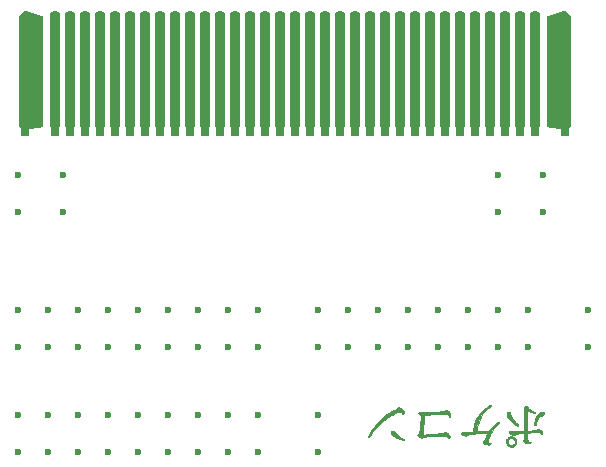
<source format=gbr>
%TF.GenerationSoftware,KiCad,Pcbnew,(5.99.0-11763-gc80efb0f98)*%
%TF.CreationDate,2021-08-26T10:07:41+03:00*%
%TF.ProjectId,E500_MCBB,45353030-5f4d-4434-9242-2e6b69636164,rev?*%
%TF.SameCoordinates,Original*%
%TF.FileFunction,Soldermask,Top*%
%TF.FilePolarity,Negative*%
%FSLAX46Y46*%
G04 Gerber Fmt 4.6, Leading zero omitted, Abs format (unit mm)*
G04 Created by KiCad (PCBNEW (5.99.0-11763-gc80efb0f98)) date 2021-08-26 10:07:41*
%MOMM*%
%LPD*%
G01*
G04 APERTURE LIST*
G04 Aperture macros list*
%AMFreePoly0*
4,1,36,0.011777,10.205564,0.021898,10.204949,0.028362,10.197649,0.037165,10.193448,0.487165,9.693448,0.493142,9.676557,0.500000,9.660000,0.500000,0.360000,0.496429,0.351379,0.496667,0.342051,0.489395,0.334397,0.485355,0.324645,0.476736,0.321075,0.470307,0.314309,0.300000,0.238617,0.300000,-0.400000,-0.300000,-0.400000,-0.300000,0.150906,-1.456832,0.310469,-1.470608,0.318536,
-1.485355,0.324645,-1.486737,0.327982,-1.489854,0.329807,-1.493890,0.345251,-1.500000,0.360000,-1.500000,9.660000,-1.495640,9.670526,-1.494949,9.681898,-1.488600,9.687520,-1.485355,9.695355,-1.474831,9.699715,-1.466300,9.707269,-0.016300,10.207269,-0.006564,10.206678,0.002628,10.209930,0.011777,10.205564,0.011777,10.205564,$1*%
%AMFreePoly1*
4,1,40,0.018323,10.204236,0.024807,10.203412,0.374807,10.003412,0.379012,9.997983,0.385355,9.995355,0.390310,9.983394,0.398238,9.973156,0.397372,9.966344,0.400000,9.960000,0.400000,0.360000,0.397372,0.353656,0.398238,0.346844,0.390310,0.336606,0.385355,0.324645,0.379012,0.322017,0.374807,0.316588,0.300000,0.273841,0.300000,-0.400000,-0.300000,-0.400000,-0.300000,0.273841,
-0.374807,0.316588,-0.379012,0.322017,-0.385355,0.324645,-0.390310,0.336606,-0.398238,0.346844,-0.397372,0.353656,-0.400000,0.360000,-0.400000,9.960000,-0.397372,9.966344,-0.398238,9.973156,-0.390310,9.983394,-0.385355,9.995355,-0.379012,9.997983,-0.374807,10.003412,-0.024807,10.203412,-0.018323,10.204236,-0.013156,10.208238,0.000000,10.206566,0.013156,10.208238,0.018323,10.204236,
0.018323,10.204236,$1*%
%AMFreePoly2*
4,1,36,0.006564,10.206678,0.016300,10.207269,1.466299,9.707269,1.474829,9.699715,1.485355,9.695355,1.488601,9.687520,1.494949,9.681898,1.495639,9.670527,1.500000,9.660000,1.500000,0.360000,1.493890,0.345251,1.489854,0.329807,1.486737,0.327982,1.485355,0.324645,1.470608,0.318536,1.456832,0.310469,0.300000,0.150906,0.300000,-0.400000,-0.300000,-0.400000,-0.300000,0.238617,
-0.470307,0.314309,-0.476736,0.321075,-0.485355,0.324645,-0.489395,0.334397,-0.496667,0.342051,-0.496429,0.351379,-0.500000,0.360000,-0.500000,9.660000,-0.493142,9.676557,-0.487165,9.693448,-0.037165,10.193448,-0.028363,10.197648,-0.021898,10.204949,-0.011777,10.205564,-0.002628,10.209930,0.006564,10.206678,0.006564,10.206678,$1*%
G04 Aperture macros list end*
%ADD10C,0.010000*%
%ADD11C,0.600000*%
%ADD12FreePoly0,0.000000*%
%ADD13FreePoly1,0.000000*%
%ADD14FreePoly2,0.000000*%
G04 APERTURE END LIST*
D10*
%TO.C,G\u002A\u002A\u002A*%
X169927781Y-113640980D02*
X169914987Y-113619671D01*
X169914987Y-113619671D02*
X169914459Y-113618423D01*
X169914459Y-113618423D02*
X169895639Y-113588485D01*
X169895639Y-113588485D02*
X169863949Y-113553098D01*
X169863949Y-113553098D02*
X169824861Y-113517397D01*
X169824861Y-113517397D02*
X169783845Y-113486519D01*
X169783845Y-113486519D02*
X169756965Y-113470550D01*
X169756965Y-113470550D02*
X169725331Y-113455292D01*
X169725331Y-113455292D02*
X169694737Y-113443057D01*
X169694737Y-113443057D02*
X169662504Y-113433577D01*
X169662504Y-113433577D02*
X169625954Y-113426586D01*
X169625954Y-113426586D02*
X169582410Y-113421816D01*
X169582410Y-113421816D02*
X169529193Y-113418999D01*
X169529193Y-113418999D02*
X169463625Y-113417868D01*
X169463625Y-113417868D02*
X169383029Y-113418157D01*
X169383029Y-113418157D02*
X169284727Y-113419596D01*
X169284727Y-113419596D02*
X169252558Y-113420191D01*
X169252558Y-113420191D02*
X169028727Y-113426079D01*
X169028727Y-113426079D02*
X168790492Y-113435363D01*
X168790492Y-113435363D02*
X168544295Y-113447721D01*
X168544295Y-113447721D02*
X168296579Y-113462831D01*
X168296579Y-113462831D02*
X168060584Y-113479838D01*
X168060584Y-113479838D02*
X167973805Y-113486886D01*
X167973805Y-113486886D02*
X167905089Y-113493439D01*
X167905089Y-113493439D02*
X167851358Y-113500249D01*
X167851358Y-113500249D02*
X167809536Y-113508071D01*
X167809536Y-113508071D02*
X167776547Y-113517655D01*
X167776547Y-113517655D02*
X167749315Y-113529755D01*
X167749315Y-113529755D02*
X167724761Y-113545124D01*
X167724761Y-113545124D02*
X167699811Y-113564513D01*
X167699811Y-113564513D02*
X167693752Y-113569570D01*
X167693752Y-113569570D02*
X167655137Y-113597906D01*
X167655137Y-113597906D02*
X167621837Y-113610148D01*
X167621837Y-113610148D02*
X167586721Y-113607332D01*
X167586721Y-113607332D02*
X167544383Y-113591287D01*
X167544383Y-113591287D02*
X167491854Y-113563374D01*
X167491854Y-113563374D02*
X167438767Y-113528426D01*
X167438767Y-113528426D02*
X167388352Y-113489351D01*
X167388352Y-113489351D02*
X167343839Y-113449052D01*
X167343839Y-113449052D02*
X167308456Y-113410436D01*
X167308456Y-113410436D02*
X167285432Y-113376407D01*
X167285432Y-113376407D02*
X167277944Y-113351581D01*
X167277944Y-113351581D02*
X167288081Y-113316614D01*
X167288081Y-113316614D02*
X167316721Y-113285456D01*
X167316721Y-113285456D02*
X167355848Y-113263275D01*
X167355848Y-113263275D02*
X167394709Y-113240642D01*
X167394709Y-113240642D02*
X167420086Y-113208364D01*
X167420086Y-113208364D02*
X167435990Y-113162746D01*
X167435990Y-113162746D02*
X167439369Y-113142249D01*
X167439369Y-113142249D02*
X167444373Y-113103102D01*
X167444373Y-113103102D02*
X167450742Y-113047745D01*
X167450742Y-113047745D02*
X167458214Y-112978621D01*
X167458214Y-112978621D02*
X167466531Y-112898170D01*
X167466531Y-112898170D02*
X167475433Y-112808832D01*
X167475433Y-112808832D02*
X167484658Y-112713050D01*
X167484658Y-112713050D02*
X167490145Y-112654534D01*
X167490145Y-112654534D02*
X167503736Y-112508967D01*
X167503736Y-112508967D02*
X167515756Y-112382286D01*
X167515756Y-112382286D02*
X167526439Y-112272278D01*
X167526439Y-112272278D02*
X167536022Y-112176733D01*
X167536022Y-112176733D02*
X167544738Y-112093436D01*
X167544738Y-112093436D02*
X167552824Y-112020177D01*
X167552824Y-112020177D02*
X167560514Y-111954743D01*
X167560514Y-111954743D02*
X167568043Y-111894921D01*
X167568043Y-111894921D02*
X167575647Y-111838500D01*
X167575647Y-111838500D02*
X167580556Y-111803878D01*
X167580556Y-111803878D02*
X167586950Y-111757296D01*
X167586950Y-111757296D02*
X167591551Y-111719219D01*
X167591551Y-111719219D02*
X167593871Y-111694029D01*
X167593871Y-111694029D02*
X167593705Y-111686040D01*
X167593705Y-111686040D02*
X167583158Y-111680043D01*
X167583158Y-111680043D02*
X167559275Y-111667569D01*
X167559275Y-111667569D02*
X167533741Y-111654604D01*
X167533741Y-111654604D02*
X167477905Y-111621023D01*
X167477905Y-111621023D02*
X167429493Y-111581402D01*
X167429493Y-111581402D02*
X167392752Y-111539801D01*
X167392752Y-111539801D02*
X167371930Y-111500285D01*
X167371930Y-111500285D02*
X167371730Y-111499628D01*
X167371730Y-111499628D02*
X167366146Y-111459680D01*
X167366146Y-111459680D02*
X167377478Y-111429815D01*
X167377478Y-111429815D02*
X167406938Y-111408443D01*
X167406938Y-111408443D02*
X167451669Y-111394794D01*
X167451669Y-111394794D02*
X167476667Y-111390111D01*
X167476667Y-111390111D02*
X167499424Y-111387727D01*
X167499424Y-111387727D02*
X167524043Y-111388025D01*
X167524043Y-111388025D02*
X167554630Y-111391388D01*
X167554630Y-111391388D02*
X167595287Y-111398198D01*
X167595287Y-111398198D02*
X167650120Y-111408837D01*
X167650120Y-111408837D02*
X167690866Y-111417083D01*
X167690866Y-111417083D02*
X167773534Y-111429891D01*
X167773534Y-111429891D02*
X167875304Y-111438769D01*
X167875304Y-111438769D02*
X167994474Y-111443727D01*
X167994474Y-111443727D02*
X168129340Y-111444776D01*
X168129340Y-111444776D02*
X168278200Y-111441929D01*
X168278200Y-111441929D02*
X168439350Y-111435197D01*
X168439350Y-111435197D02*
X168611088Y-111424591D01*
X168611088Y-111424591D02*
X168791710Y-111410123D01*
X168791710Y-111410123D02*
X168797285Y-111409626D01*
X168797285Y-111409626D02*
X168975082Y-111392319D01*
X168975082Y-111392319D02*
X169131921Y-111374060D01*
X169131921Y-111374060D02*
X169267769Y-111354854D01*
X169267769Y-111354854D02*
X169382590Y-111334708D01*
X169382590Y-111334708D02*
X169476348Y-111313627D01*
X169476348Y-111313627D02*
X169549007Y-111291618D01*
X169549007Y-111291618D02*
X169583453Y-111277505D01*
X169583453Y-111277505D02*
X169655530Y-111252206D01*
X169655530Y-111252206D02*
X169723456Y-111246870D01*
X169723456Y-111246870D02*
X169789933Y-111261425D01*
X169789933Y-111261425D02*
X169813709Y-111271369D01*
X169813709Y-111271369D02*
X169874553Y-111308047D01*
X169874553Y-111308047D02*
X169934140Y-111358568D01*
X169934140Y-111358568D02*
X169988341Y-111418121D01*
X169988341Y-111418121D02*
X170033027Y-111481891D01*
X170033027Y-111481891D02*
X170064070Y-111545067D01*
X170064070Y-111545067D02*
X170072830Y-111573425D01*
X170072830Y-111573425D02*
X170079536Y-111610435D01*
X170079536Y-111610435D02*
X170078558Y-111642599D01*
X170078558Y-111642599D02*
X170069454Y-111681664D01*
X170069454Y-111681664D02*
X170068642Y-111684477D01*
X170068642Y-111684477D02*
X170054713Y-111721216D01*
X170054713Y-111721216D02*
X170035835Y-111756996D01*
X170035835Y-111756996D02*
X170015450Y-111786518D01*
X170015450Y-111786518D02*
X169997002Y-111804480D01*
X169997002Y-111804480D02*
X169988708Y-111807514D01*
X169988708Y-111807514D02*
X169980031Y-111798754D01*
X169980031Y-111798754D02*
X169965829Y-111775943D01*
X169965829Y-111775943D02*
X169951405Y-111748448D01*
X169951405Y-111748448D02*
X169909072Y-111679378D01*
X169909072Y-111679378D02*
X169856775Y-111627103D01*
X169856775Y-111627103D02*
X169791968Y-111589789D01*
X169791968Y-111589789D02*
X169712106Y-111565603D01*
X169712106Y-111565603D02*
X169692345Y-111561875D01*
X169692345Y-111561875D02*
X169676367Y-111559623D01*
X169676367Y-111559623D02*
X169657052Y-111557981D01*
X169657052Y-111557981D02*
X169632940Y-111557006D01*
X169632940Y-111557006D02*
X169602570Y-111556759D01*
X169602570Y-111556759D02*
X169564483Y-111557298D01*
X169564483Y-111557298D02*
X169517217Y-111558681D01*
X169517217Y-111558681D02*
X169459314Y-111560968D01*
X169459314Y-111560968D02*
X169389312Y-111564218D01*
X169389312Y-111564218D02*
X169305751Y-111568488D01*
X169305751Y-111568488D02*
X169207171Y-111573839D01*
X169207171Y-111573839D02*
X169092112Y-111580328D01*
X169092112Y-111580328D02*
X168959114Y-111588014D01*
X168959114Y-111588014D02*
X168806716Y-111596958D01*
X168806716Y-111596958D02*
X168775857Y-111598779D01*
X168775857Y-111598779D02*
X168606386Y-111608900D01*
X168606386Y-111608900D02*
X168457254Y-111618044D01*
X168457254Y-111618044D02*
X168327650Y-111626270D01*
X168327650Y-111626270D02*
X168216764Y-111633638D01*
X168216764Y-111633638D02*
X168123784Y-111640208D01*
X168123784Y-111640208D02*
X168047899Y-111646040D01*
X168047899Y-111646040D02*
X167988299Y-111651194D01*
X167988299Y-111651194D02*
X167944172Y-111655729D01*
X167944172Y-111655729D02*
X167914707Y-111659706D01*
X167914707Y-111659706D02*
X167899094Y-111663184D01*
X167899094Y-111663184D02*
X167898271Y-111663503D01*
X167898271Y-111663503D02*
X167869028Y-111682343D01*
X167869028Y-111682343D02*
X167856334Y-111708596D01*
X167856334Y-111708596D02*
X167851121Y-111741764D01*
X167851121Y-111741764D02*
X167844841Y-111793769D01*
X167844841Y-111793769D02*
X167837676Y-111862312D01*
X167837676Y-111862312D02*
X167829805Y-111945092D01*
X167829805Y-111945092D02*
X167821408Y-112039809D01*
X167821408Y-112039809D02*
X167812667Y-112144160D01*
X167812667Y-112144160D02*
X167803760Y-112255847D01*
X167803760Y-112255847D02*
X167794870Y-112372568D01*
X167794870Y-112372568D02*
X167786176Y-112492023D01*
X167786176Y-112492023D02*
X167777858Y-112611911D01*
X167777858Y-112611911D02*
X167770097Y-112729931D01*
X167770097Y-112729931D02*
X167763073Y-112843783D01*
X167763073Y-112843783D02*
X167756967Y-112951166D01*
X167756967Y-112951166D02*
X167753190Y-113024192D01*
X167753190Y-113024192D02*
X167740483Y-113282679D01*
X167740483Y-113282679D02*
X167765510Y-113302945D01*
X167765510Y-113302945D02*
X167780060Y-113312606D01*
X167780060Y-113312606D02*
X167797564Y-113317994D01*
X167797564Y-113317994D02*
X167823255Y-113319713D01*
X167823255Y-113319713D02*
X167862368Y-113318366D01*
X167862368Y-113318366D02*
X167886282Y-113316886D01*
X167886282Y-113316886D02*
X168108638Y-113301911D01*
X168108638Y-113301911D02*
X168310835Y-113287665D01*
X168310835Y-113287665D02*
X168493876Y-113274041D01*
X168493876Y-113274041D02*
X168658760Y-113260932D01*
X168658760Y-113260932D02*
X168806490Y-113248234D01*
X168806490Y-113248234D02*
X168938066Y-113235840D01*
X168938066Y-113235840D02*
X169054489Y-113223644D01*
X169054489Y-113223644D02*
X169156761Y-113211540D01*
X169156761Y-113211540D02*
X169245883Y-113199422D01*
X169245883Y-113199422D02*
X169322854Y-113187183D01*
X169322854Y-113187183D02*
X169388678Y-113174719D01*
X169388678Y-113174719D02*
X169444354Y-113161922D01*
X169444354Y-113161922D02*
X169490884Y-113148687D01*
X169490884Y-113148687D02*
X169498881Y-113146078D01*
X169498881Y-113146078D02*
X169546706Y-113131013D01*
X169546706Y-113131013D02*
X169589931Y-113119006D01*
X169589931Y-113119006D02*
X169622905Y-113111539D01*
X169622905Y-113111539D02*
X169637090Y-113109807D01*
X169637090Y-113109807D02*
X169681850Y-113118772D01*
X169681850Y-113118772D02*
X169732917Y-113143553D01*
X169732917Y-113143553D02*
X169787227Y-113180975D01*
X169787227Y-113180975D02*
X169841713Y-113227866D01*
X169841713Y-113227866D02*
X169893311Y-113281054D01*
X169893311Y-113281054D02*
X169938955Y-113337364D01*
X169938955Y-113337364D02*
X169975579Y-113393625D01*
X169975579Y-113393625D02*
X170000117Y-113446663D01*
X170000117Y-113446663D02*
X170009506Y-113493305D01*
X170009506Y-113493305D02*
X170009523Y-113495304D01*
X170009523Y-113495304D02*
X170005092Y-113540827D01*
X170005092Y-113540827D02*
X169993422Y-113583892D01*
X169993422Y-113583892D02*
X169976699Y-113619609D01*
X169976699Y-113619609D02*
X169957112Y-113643089D01*
X169957112Y-113643089D02*
X169940405Y-113649782D01*
X169940405Y-113649782D02*
X169927781Y-113640980D01*
X169927781Y-113640980D02*
X169927781Y-113640980D01*
G36*
X169789933Y-111261425D02*
G01*
X169813709Y-111271369D01*
X169874553Y-111308047D01*
X169934140Y-111358568D01*
X169988341Y-111418121D01*
X170033027Y-111481891D01*
X170064070Y-111545067D01*
X170072830Y-111573425D01*
X170079536Y-111610435D01*
X170078558Y-111642599D01*
X170069454Y-111681664D01*
X170068642Y-111684477D01*
X170054713Y-111721216D01*
X170035835Y-111756996D01*
X170015450Y-111786518D01*
X169997002Y-111804480D01*
X169988708Y-111807514D01*
X169980031Y-111798754D01*
X169965829Y-111775943D01*
X169951405Y-111748448D01*
X169909072Y-111679378D01*
X169856775Y-111627103D01*
X169791968Y-111589789D01*
X169712106Y-111565603D01*
X169692345Y-111561875D01*
X169676367Y-111559623D01*
X169657052Y-111557981D01*
X169632940Y-111557006D01*
X169602570Y-111556759D01*
X169564483Y-111557298D01*
X169517217Y-111558681D01*
X169459314Y-111560968D01*
X169389312Y-111564218D01*
X169305751Y-111568488D01*
X169207171Y-111573839D01*
X169092112Y-111580328D01*
X168959114Y-111588014D01*
X168806716Y-111596958D01*
X168775857Y-111598779D01*
X168606386Y-111608900D01*
X168457254Y-111618044D01*
X168327650Y-111626270D01*
X168216764Y-111633638D01*
X168123784Y-111640208D01*
X168047899Y-111646040D01*
X167988299Y-111651194D01*
X167944172Y-111655729D01*
X167914707Y-111659706D01*
X167899094Y-111663184D01*
X167898271Y-111663503D01*
X167869028Y-111682343D01*
X167856334Y-111708596D01*
X167851121Y-111741764D01*
X167844841Y-111793769D01*
X167837676Y-111862312D01*
X167829805Y-111945092D01*
X167821408Y-112039809D01*
X167812667Y-112144160D01*
X167803760Y-112255847D01*
X167794870Y-112372568D01*
X167786176Y-112492023D01*
X167777858Y-112611911D01*
X167770097Y-112729931D01*
X167763073Y-112843783D01*
X167756967Y-112951166D01*
X167753190Y-113024192D01*
X167740483Y-113282679D01*
X167765510Y-113302945D01*
X167780060Y-113312606D01*
X167797564Y-113317994D01*
X167823255Y-113319713D01*
X167862368Y-113318366D01*
X167886282Y-113316886D01*
X168108638Y-113301911D01*
X168310835Y-113287665D01*
X168493876Y-113274041D01*
X168658760Y-113260932D01*
X168806490Y-113248234D01*
X168938066Y-113235840D01*
X169054489Y-113223644D01*
X169156761Y-113211540D01*
X169245883Y-113199422D01*
X169322854Y-113187183D01*
X169388678Y-113174719D01*
X169444354Y-113161922D01*
X169490884Y-113148687D01*
X169498881Y-113146078D01*
X169546706Y-113131013D01*
X169589931Y-113119006D01*
X169622905Y-113111539D01*
X169637090Y-113109807D01*
X169681850Y-113118772D01*
X169732917Y-113143553D01*
X169787227Y-113180975D01*
X169841713Y-113227866D01*
X169893311Y-113281054D01*
X169938955Y-113337364D01*
X169975579Y-113393625D01*
X170000117Y-113446663D01*
X170009506Y-113493305D01*
X170009523Y-113495304D01*
X170005092Y-113540827D01*
X169993422Y-113583892D01*
X169976699Y-113619609D01*
X169957112Y-113643089D01*
X169940405Y-113649782D01*
X169927781Y-113640980D01*
X169914987Y-113619671D01*
X169914459Y-113618423D01*
X169895639Y-113588485D01*
X169863949Y-113553098D01*
X169824861Y-113517397D01*
X169783845Y-113486519D01*
X169756965Y-113470550D01*
X169725331Y-113455292D01*
X169694737Y-113443057D01*
X169662504Y-113433577D01*
X169625954Y-113426586D01*
X169582410Y-113421816D01*
X169529193Y-113418999D01*
X169463625Y-113417868D01*
X169383029Y-113418157D01*
X169284727Y-113419596D01*
X169252558Y-113420191D01*
X169028727Y-113426079D01*
X168790492Y-113435363D01*
X168544295Y-113447721D01*
X168296579Y-113462831D01*
X168060584Y-113479838D01*
X167973805Y-113486886D01*
X167905089Y-113493439D01*
X167851358Y-113500249D01*
X167809536Y-113508071D01*
X167776547Y-113517655D01*
X167749315Y-113529755D01*
X167724761Y-113545124D01*
X167699811Y-113564513D01*
X167693752Y-113569570D01*
X167655137Y-113597906D01*
X167621837Y-113610148D01*
X167586721Y-113607332D01*
X167544383Y-113591287D01*
X167491854Y-113563374D01*
X167438767Y-113528426D01*
X167388352Y-113489351D01*
X167343839Y-113449052D01*
X167308456Y-113410436D01*
X167285432Y-113376407D01*
X167277944Y-113351581D01*
X167288081Y-113316614D01*
X167316721Y-113285456D01*
X167355848Y-113263275D01*
X167394709Y-113240642D01*
X167420086Y-113208364D01*
X167435990Y-113162746D01*
X167439369Y-113142249D01*
X167444373Y-113103102D01*
X167450742Y-113047745D01*
X167458214Y-112978621D01*
X167466531Y-112898170D01*
X167475433Y-112808832D01*
X167484658Y-112713050D01*
X167490145Y-112654534D01*
X167503736Y-112508967D01*
X167515756Y-112382286D01*
X167526439Y-112272278D01*
X167536022Y-112176733D01*
X167544738Y-112093436D01*
X167552824Y-112020177D01*
X167560514Y-111954743D01*
X167568043Y-111894921D01*
X167575647Y-111838500D01*
X167580556Y-111803878D01*
X167586950Y-111757296D01*
X167591551Y-111719219D01*
X167593871Y-111694029D01*
X167593705Y-111686040D01*
X167583158Y-111680043D01*
X167559275Y-111667569D01*
X167533741Y-111654604D01*
X167477905Y-111621023D01*
X167429493Y-111581402D01*
X167392752Y-111539801D01*
X167371930Y-111500285D01*
X167371730Y-111499628D01*
X167366146Y-111459680D01*
X167377478Y-111429815D01*
X167406938Y-111408443D01*
X167451669Y-111394794D01*
X167476667Y-111390111D01*
X167499424Y-111387727D01*
X167524043Y-111388025D01*
X167554630Y-111391388D01*
X167595287Y-111398198D01*
X167650120Y-111408837D01*
X167690866Y-111417083D01*
X167773534Y-111429891D01*
X167875304Y-111438769D01*
X167994474Y-111443727D01*
X168129340Y-111444776D01*
X168278200Y-111441929D01*
X168439350Y-111435197D01*
X168611088Y-111424591D01*
X168791710Y-111410123D01*
X168797285Y-111409626D01*
X168975082Y-111392319D01*
X169131921Y-111374060D01*
X169267769Y-111354854D01*
X169382590Y-111334708D01*
X169476348Y-111313627D01*
X169549007Y-111291618D01*
X169583453Y-111277505D01*
X169655530Y-111252206D01*
X169723456Y-111246870D01*
X169789933Y-111261425D01*
G37*
X169789933Y-111261425D02*
X169813709Y-111271369D01*
X169874553Y-111308047D01*
X169934140Y-111358568D01*
X169988341Y-111418121D01*
X170033027Y-111481891D01*
X170064070Y-111545067D01*
X170072830Y-111573425D01*
X170079536Y-111610435D01*
X170078558Y-111642599D01*
X170069454Y-111681664D01*
X170068642Y-111684477D01*
X170054713Y-111721216D01*
X170035835Y-111756996D01*
X170015450Y-111786518D01*
X169997002Y-111804480D01*
X169988708Y-111807514D01*
X169980031Y-111798754D01*
X169965829Y-111775943D01*
X169951405Y-111748448D01*
X169909072Y-111679378D01*
X169856775Y-111627103D01*
X169791968Y-111589789D01*
X169712106Y-111565603D01*
X169692345Y-111561875D01*
X169676367Y-111559623D01*
X169657052Y-111557981D01*
X169632940Y-111557006D01*
X169602570Y-111556759D01*
X169564483Y-111557298D01*
X169517217Y-111558681D01*
X169459314Y-111560968D01*
X169389312Y-111564218D01*
X169305751Y-111568488D01*
X169207171Y-111573839D01*
X169092112Y-111580328D01*
X168959114Y-111588014D01*
X168806716Y-111596958D01*
X168775857Y-111598779D01*
X168606386Y-111608900D01*
X168457254Y-111618044D01*
X168327650Y-111626270D01*
X168216764Y-111633638D01*
X168123784Y-111640208D01*
X168047899Y-111646040D01*
X167988299Y-111651194D01*
X167944172Y-111655729D01*
X167914707Y-111659706D01*
X167899094Y-111663184D01*
X167898271Y-111663503D01*
X167869028Y-111682343D01*
X167856334Y-111708596D01*
X167851121Y-111741764D01*
X167844841Y-111793769D01*
X167837676Y-111862312D01*
X167829805Y-111945092D01*
X167821408Y-112039809D01*
X167812667Y-112144160D01*
X167803760Y-112255847D01*
X167794870Y-112372568D01*
X167786176Y-112492023D01*
X167777858Y-112611911D01*
X167770097Y-112729931D01*
X167763073Y-112843783D01*
X167756967Y-112951166D01*
X167753190Y-113024192D01*
X167740483Y-113282679D01*
X167765510Y-113302945D01*
X167780060Y-113312606D01*
X167797564Y-113317994D01*
X167823255Y-113319713D01*
X167862368Y-113318366D01*
X167886282Y-113316886D01*
X168108638Y-113301911D01*
X168310835Y-113287665D01*
X168493876Y-113274041D01*
X168658760Y-113260932D01*
X168806490Y-113248234D01*
X168938066Y-113235840D01*
X169054489Y-113223644D01*
X169156761Y-113211540D01*
X169245883Y-113199422D01*
X169322854Y-113187183D01*
X169388678Y-113174719D01*
X169444354Y-113161922D01*
X169490884Y-113148687D01*
X169498881Y-113146078D01*
X169546706Y-113131013D01*
X169589931Y-113119006D01*
X169622905Y-113111539D01*
X169637090Y-113109807D01*
X169681850Y-113118772D01*
X169732917Y-113143553D01*
X169787227Y-113180975D01*
X169841713Y-113227866D01*
X169893311Y-113281054D01*
X169938955Y-113337364D01*
X169975579Y-113393625D01*
X170000117Y-113446663D01*
X170009506Y-113493305D01*
X170009523Y-113495304D01*
X170005092Y-113540827D01*
X169993422Y-113583892D01*
X169976699Y-113619609D01*
X169957112Y-113643089D01*
X169940405Y-113649782D01*
X169927781Y-113640980D01*
X169914987Y-113619671D01*
X169914459Y-113618423D01*
X169895639Y-113588485D01*
X169863949Y-113553098D01*
X169824861Y-113517397D01*
X169783845Y-113486519D01*
X169756965Y-113470550D01*
X169725331Y-113455292D01*
X169694737Y-113443057D01*
X169662504Y-113433577D01*
X169625954Y-113426586D01*
X169582410Y-113421816D01*
X169529193Y-113418999D01*
X169463625Y-113417868D01*
X169383029Y-113418157D01*
X169284727Y-113419596D01*
X169252558Y-113420191D01*
X169028727Y-113426079D01*
X168790492Y-113435363D01*
X168544295Y-113447721D01*
X168296579Y-113462831D01*
X168060584Y-113479838D01*
X167973805Y-113486886D01*
X167905089Y-113493439D01*
X167851358Y-113500249D01*
X167809536Y-113508071D01*
X167776547Y-113517655D01*
X167749315Y-113529755D01*
X167724761Y-113545124D01*
X167699811Y-113564513D01*
X167693752Y-113569570D01*
X167655137Y-113597906D01*
X167621837Y-113610148D01*
X167586721Y-113607332D01*
X167544383Y-113591287D01*
X167491854Y-113563374D01*
X167438767Y-113528426D01*
X167388352Y-113489351D01*
X167343839Y-113449052D01*
X167308456Y-113410436D01*
X167285432Y-113376407D01*
X167277944Y-113351581D01*
X167288081Y-113316614D01*
X167316721Y-113285456D01*
X167355848Y-113263275D01*
X167394709Y-113240642D01*
X167420086Y-113208364D01*
X167435990Y-113162746D01*
X167439369Y-113142249D01*
X167444373Y-113103102D01*
X167450742Y-113047745D01*
X167458214Y-112978621D01*
X167466531Y-112898170D01*
X167475433Y-112808832D01*
X167484658Y-112713050D01*
X167490145Y-112654534D01*
X167503736Y-112508967D01*
X167515756Y-112382286D01*
X167526439Y-112272278D01*
X167536022Y-112176733D01*
X167544738Y-112093436D01*
X167552824Y-112020177D01*
X167560514Y-111954743D01*
X167568043Y-111894921D01*
X167575647Y-111838500D01*
X167580556Y-111803878D01*
X167586950Y-111757296D01*
X167591551Y-111719219D01*
X167593871Y-111694029D01*
X167593705Y-111686040D01*
X167583158Y-111680043D01*
X167559275Y-111667569D01*
X167533741Y-111654604D01*
X167477905Y-111621023D01*
X167429493Y-111581402D01*
X167392752Y-111539801D01*
X167371930Y-111500285D01*
X167371730Y-111499628D01*
X167366146Y-111459680D01*
X167377478Y-111429815D01*
X167406938Y-111408443D01*
X167451669Y-111394794D01*
X167476667Y-111390111D01*
X167499424Y-111387727D01*
X167524043Y-111388025D01*
X167554630Y-111391388D01*
X167595287Y-111398198D01*
X167650120Y-111408837D01*
X167690866Y-111417083D01*
X167773534Y-111429891D01*
X167875304Y-111438769D01*
X167994474Y-111443727D01*
X168129340Y-111444776D01*
X168278200Y-111441929D01*
X168439350Y-111435197D01*
X168611088Y-111424591D01*
X168791710Y-111410123D01*
X168797285Y-111409626D01*
X168975082Y-111392319D01*
X169131921Y-111374060D01*
X169267769Y-111354854D01*
X169382590Y-111334708D01*
X169476348Y-111313627D01*
X169549007Y-111291618D01*
X169583453Y-111277505D01*
X169655530Y-111252206D01*
X169723456Y-111246870D01*
X169789933Y-111261425D01*
X177188073Y-112376328D02*
X177195510Y-112210572D01*
X177195510Y-112210572D02*
X177217972Y-112059452D01*
X177217972Y-112059452D02*
X177255689Y-111922457D01*
X177255689Y-111922457D02*
X177308889Y-111799074D01*
X177308889Y-111799074D02*
X177377801Y-111688792D01*
X177377801Y-111688792D02*
X177462655Y-111591100D01*
X177462655Y-111591100D02*
X177563677Y-111505485D01*
X177563677Y-111505485D02*
X177583903Y-111491106D01*
X177583903Y-111491106D02*
X177656517Y-111448808D01*
X177656517Y-111448808D02*
X177732975Y-111418398D01*
X177732975Y-111418398D02*
X177808688Y-111401003D01*
X177808688Y-111401003D02*
X177879069Y-111397749D01*
X177879069Y-111397749D02*
X177929215Y-111406313D01*
X177929215Y-111406313D02*
X177962877Y-111421692D01*
X177962877Y-111421692D02*
X177994471Y-111443992D01*
X177994471Y-111443992D02*
X177996352Y-111445718D01*
X177996352Y-111445718D02*
X178014513Y-111465432D01*
X178014513Y-111465432D02*
X178022335Y-111484940D01*
X178022335Y-111484940D02*
X178022632Y-111513250D01*
X178022632Y-111513250D02*
X178021534Y-111526310D01*
X178021534Y-111526310D02*
X178009970Y-111572273D01*
X178009970Y-111572273D02*
X177983426Y-111608670D01*
X177983426Y-111608670D02*
X177939651Y-111637895D01*
X177939651Y-111637895D02*
X177901519Y-111653953D01*
X177901519Y-111653953D02*
X177771741Y-111709085D01*
X177771741Y-111709085D02*
X177659590Y-111774875D01*
X177659590Y-111774875D02*
X177563714Y-111852584D01*
X177563714Y-111852584D02*
X177482765Y-111943472D01*
X177482765Y-111943472D02*
X177415393Y-112048798D01*
X177415393Y-112048798D02*
X177366736Y-112153252D01*
X177366736Y-112153252D02*
X177349180Y-112202725D01*
X177349180Y-112202725D02*
X177331860Y-112261237D01*
X177331860Y-112261237D02*
X177316245Y-112322663D01*
X177316245Y-112322663D02*
X177303804Y-112380880D01*
X177303804Y-112380880D02*
X177296006Y-112429766D01*
X177296006Y-112429766D02*
X177294089Y-112456014D01*
X177294089Y-112456014D02*
X177292600Y-112473265D01*
X177292600Y-112473265D02*
X177284707Y-112481869D01*
X177284707Y-112481869D02*
X177264946Y-112484821D01*
X177264946Y-112484821D02*
X177241012Y-112485130D01*
X177241012Y-112485130D02*
X177188073Y-112485130D01*
X177188073Y-112485130D02*
X177188073Y-112376328D01*
X177188073Y-112376328D02*
X177188073Y-112376328D01*
G36*
X177929215Y-111406313D02*
G01*
X177962877Y-111421692D01*
X177994471Y-111443992D01*
X177996352Y-111445718D01*
X178014513Y-111465432D01*
X178022335Y-111484940D01*
X178022632Y-111513250D01*
X178021534Y-111526310D01*
X178009970Y-111572273D01*
X177983426Y-111608670D01*
X177939651Y-111637895D01*
X177901519Y-111653953D01*
X177771741Y-111709085D01*
X177659590Y-111774875D01*
X177563714Y-111852584D01*
X177482765Y-111943472D01*
X177415393Y-112048798D01*
X177366736Y-112153252D01*
X177349180Y-112202725D01*
X177331860Y-112261237D01*
X177316245Y-112322663D01*
X177303804Y-112380880D01*
X177296006Y-112429766D01*
X177294089Y-112456014D01*
X177292600Y-112473265D01*
X177284707Y-112481869D01*
X177264946Y-112484821D01*
X177241012Y-112485130D01*
X177188073Y-112485130D01*
X177188073Y-112376328D01*
X177195510Y-112210572D01*
X177217972Y-112059452D01*
X177255689Y-111922457D01*
X177308889Y-111799074D01*
X177377801Y-111688792D01*
X177462655Y-111591100D01*
X177563677Y-111505485D01*
X177583903Y-111491106D01*
X177656517Y-111448808D01*
X177732975Y-111418398D01*
X177808688Y-111401003D01*
X177879069Y-111397749D01*
X177929215Y-111406313D01*
G37*
X177929215Y-111406313D02*
X177962877Y-111421692D01*
X177994471Y-111443992D01*
X177996352Y-111445718D01*
X178014513Y-111465432D01*
X178022335Y-111484940D01*
X178022632Y-111513250D01*
X178021534Y-111526310D01*
X178009970Y-111572273D01*
X177983426Y-111608670D01*
X177939651Y-111637895D01*
X177901519Y-111653953D01*
X177771741Y-111709085D01*
X177659590Y-111774875D01*
X177563714Y-111852584D01*
X177482765Y-111943472D01*
X177415393Y-112048798D01*
X177366736Y-112153252D01*
X177349180Y-112202725D01*
X177331860Y-112261237D01*
X177316245Y-112322663D01*
X177303804Y-112380880D01*
X177296006Y-112429766D01*
X177294089Y-112456014D01*
X177292600Y-112473265D01*
X177284707Y-112481869D01*
X177264946Y-112484821D01*
X177241012Y-112485130D01*
X177188073Y-112485130D01*
X177188073Y-112376328D01*
X177195510Y-112210572D01*
X177217972Y-112059452D01*
X177255689Y-111922457D01*
X177308889Y-111799074D01*
X177377801Y-111688792D01*
X177462655Y-111591100D01*
X177563677Y-111505485D01*
X177583903Y-111491106D01*
X177656517Y-111448808D01*
X177732975Y-111418398D01*
X177808688Y-111401003D01*
X177879069Y-111397749D01*
X177929215Y-111406313D01*
X166057715Y-113770843D02*
X166030883Y-113766160D01*
X166030883Y-113766160D02*
X165883576Y-113735011D01*
X165883576Y-113735011D02*
X165741207Y-113695798D01*
X165741207Y-113695798D02*
X165606217Y-113649599D01*
X165606217Y-113649599D02*
X165481047Y-113597497D01*
X165481047Y-113597497D02*
X165368136Y-113540570D01*
X165368136Y-113540570D02*
X165269925Y-113479899D01*
X165269925Y-113479899D02*
X165188855Y-113416565D01*
X165188855Y-113416565D02*
X165146754Y-113374757D01*
X165146754Y-113374757D02*
X165099841Y-113316106D01*
X165099841Y-113316106D02*
X165069564Y-113261015D01*
X165069564Y-113261015D02*
X165053509Y-113203798D01*
X165053509Y-113203798D02*
X165049223Y-113145070D01*
X165049223Y-113145070D02*
X165050175Y-113103267D01*
X165050175Y-113103267D02*
X165054155Y-113075939D01*
X165054155Y-113075939D02*
X165062846Y-113056427D01*
X165062846Y-113056427D02*
X165075693Y-113040475D01*
X165075693Y-113040475D02*
X165108133Y-113013582D01*
X165108133Y-113013582D02*
X165146779Y-112993056D01*
X165146779Y-112993056D02*
X165182726Y-112983395D01*
X165182726Y-112983395D02*
X165189171Y-112983169D01*
X165189171Y-112983169D02*
X165212071Y-112987606D01*
X165212071Y-112987606D02*
X165239803Y-112997459D01*
X165239803Y-112997459D02*
X165279721Y-113020314D01*
X165279721Y-113020314D02*
X165321437Y-113055673D01*
X165321437Y-113055673D02*
X165367603Y-113106022D01*
X165367603Y-113106022D02*
X165403603Y-113151016D01*
X165403603Y-113151016D02*
X165511398Y-113275372D01*
X165511398Y-113275372D02*
X165636588Y-113391465D01*
X165636588Y-113391465D02*
X165776268Y-113497061D01*
X165776268Y-113497061D02*
X165927533Y-113589927D01*
X165927533Y-113589927D02*
X166060353Y-113655985D01*
X166060353Y-113655985D02*
X166105577Y-113676619D01*
X166105577Y-113676619D02*
X166134660Y-113691578D01*
X166134660Y-113691578D02*
X166150989Y-113703379D01*
X166150989Y-113703379D02*
X166157949Y-113714541D01*
X166157949Y-113714541D02*
X166158927Y-113727581D01*
X166158927Y-113727581D02*
X166158816Y-113729216D01*
X166158816Y-113729216D02*
X166155347Y-113754024D01*
X166155347Y-113754024D02*
X166147043Y-113769569D01*
X166147043Y-113769569D02*
X166130363Y-113776872D01*
X166130363Y-113776872D02*
X166101767Y-113776956D01*
X166101767Y-113776956D02*
X166057715Y-113770843D01*
X166057715Y-113770843D02*
X166057715Y-113770843D01*
G36*
X165212071Y-112987606D02*
G01*
X165239803Y-112997459D01*
X165279721Y-113020314D01*
X165321437Y-113055673D01*
X165367603Y-113106022D01*
X165403603Y-113151016D01*
X165511398Y-113275372D01*
X165636588Y-113391465D01*
X165776268Y-113497061D01*
X165927533Y-113589927D01*
X166060353Y-113655985D01*
X166105577Y-113676619D01*
X166134660Y-113691578D01*
X166150989Y-113703379D01*
X166157949Y-113714541D01*
X166158927Y-113727581D01*
X166158816Y-113729216D01*
X166155347Y-113754024D01*
X166147043Y-113769569D01*
X166130363Y-113776872D01*
X166101767Y-113776956D01*
X166057715Y-113770843D01*
X166030883Y-113766160D01*
X165883576Y-113735011D01*
X165741207Y-113695798D01*
X165606217Y-113649599D01*
X165481047Y-113597497D01*
X165368136Y-113540570D01*
X165269925Y-113479899D01*
X165188855Y-113416565D01*
X165146754Y-113374757D01*
X165099841Y-113316106D01*
X165069564Y-113261015D01*
X165053509Y-113203798D01*
X165049223Y-113145070D01*
X165050175Y-113103267D01*
X165054155Y-113075939D01*
X165062846Y-113056427D01*
X165075693Y-113040475D01*
X165108133Y-113013582D01*
X165146779Y-112993056D01*
X165182726Y-112983395D01*
X165189171Y-112983169D01*
X165212071Y-112987606D01*
G37*
X165212071Y-112987606D02*
X165239803Y-112997459D01*
X165279721Y-113020314D01*
X165321437Y-113055673D01*
X165367603Y-113106022D01*
X165403603Y-113151016D01*
X165511398Y-113275372D01*
X165636588Y-113391465D01*
X165776268Y-113497061D01*
X165927533Y-113589927D01*
X166060353Y-113655985D01*
X166105577Y-113676619D01*
X166134660Y-113691578D01*
X166150989Y-113703379D01*
X166157949Y-113714541D01*
X166158927Y-113727581D01*
X166158816Y-113729216D01*
X166155347Y-113754024D01*
X166147043Y-113769569D01*
X166130363Y-113776872D01*
X166101767Y-113776956D01*
X166057715Y-113770843D01*
X166030883Y-113766160D01*
X165883576Y-113735011D01*
X165741207Y-113695798D01*
X165606217Y-113649599D01*
X165481047Y-113597497D01*
X165368136Y-113540570D01*
X165269925Y-113479899D01*
X165188855Y-113416565D01*
X165146754Y-113374757D01*
X165099841Y-113316106D01*
X165069564Y-113261015D01*
X165053509Y-113203798D01*
X165049223Y-113145070D01*
X165050175Y-113103267D01*
X165054155Y-113075939D01*
X165062846Y-113056427D01*
X165075693Y-113040475D01*
X165108133Y-113013582D01*
X165146779Y-112993056D01*
X165182726Y-112983395D01*
X165189171Y-112983169D01*
X165212071Y-112987606D01*
X176597081Y-114069171D02*
X176518411Y-114053537D01*
X176518411Y-114053537D02*
X176441423Y-114029537D01*
X176441423Y-114029537D02*
X176370802Y-113998216D01*
X176370802Y-113998216D02*
X176311234Y-113960620D01*
X176311234Y-113960620D02*
X176289858Y-113942478D01*
X176289858Y-113942478D02*
X176251032Y-113899888D01*
X176251032Y-113899888D02*
X176230408Y-113859922D01*
X176230408Y-113859922D02*
X176227418Y-113818182D01*
X176227418Y-113818182D02*
X176241492Y-113770273D01*
X176241492Y-113770273D02*
X176262217Y-113728871D01*
X176262217Y-113728871D02*
X176299846Y-113661584D01*
X176299846Y-113661584D02*
X176311399Y-113427819D01*
X176311399Y-113427819D02*
X176314571Y-113359825D01*
X176314571Y-113359825D02*
X176317036Y-113299310D01*
X176317036Y-113299310D02*
X176318697Y-113249342D01*
X176318697Y-113249342D02*
X176319460Y-113212989D01*
X176319460Y-113212989D02*
X176319228Y-113193318D01*
X176319228Y-113193318D02*
X176318768Y-113190721D01*
X176318768Y-113190721D02*
X176307049Y-113190252D01*
X176307049Y-113190252D02*
X176277556Y-113191424D01*
X176277556Y-113191424D02*
X176233606Y-113193979D01*
X176233606Y-113193979D02*
X176178516Y-113197657D01*
X176178516Y-113197657D02*
X176115602Y-113202201D01*
X176115602Y-113202201D02*
X176048182Y-113207351D01*
X176048182Y-113207351D02*
X175979571Y-113212850D01*
X175979571Y-113212850D02*
X175913087Y-113218437D01*
X175913087Y-113218437D02*
X175852046Y-113223856D01*
X175852046Y-113223856D02*
X175799765Y-113228846D01*
X175799765Y-113228846D02*
X175759559Y-113233150D01*
X175759559Y-113233150D02*
X175737552Y-113236045D01*
X175737552Y-113236045D02*
X175654671Y-113252345D01*
X175654671Y-113252345D02*
X175589896Y-113272661D01*
X175589896Y-113272661D02*
X175540364Y-113298035D01*
X175540364Y-113298035D02*
X175515942Y-113316866D01*
X175515942Y-113316866D02*
X175492169Y-113336149D01*
X175492169Y-113336149D02*
X175469273Y-113347719D01*
X175469273Y-113347719D02*
X175442780Y-113351817D01*
X175442780Y-113351817D02*
X175408216Y-113348686D01*
X175408216Y-113348686D02*
X175361107Y-113338567D01*
X175361107Y-113338567D02*
X175318624Y-113327552D01*
X175318624Y-113327552D02*
X175227550Y-113299441D01*
X175227550Y-113299441D02*
X175150644Y-113268160D01*
X175150644Y-113268160D02*
X175088819Y-113234636D01*
X175088819Y-113234636D02*
X175042986Y-113199796D01*
X175042986Y-113199796D02*
X175014058Y-113164569D01*
X175014058Y-113164569D02*
X175002947Y-113129880D01*
X175002947Y-113129880D02*
X175010565Y-113096658D01*
X175010565Y-113096658D02*
X175037824Y-113065829D01*
X175037824Y-113065829D02*
X175051629Y-113056120D01*
X175051629Y-113056120D02*
X175067828Y-113046933D01*
X175067828Y-113046933D02*
X175084811Y-113041028D01*
X175084811Y-113041028D02*
X175107040Y-113037985D01*
X175107040Y-113037985D02*
X175138978Y-113037379D01*
X175138978Y-113037379D02*
X175185088Y-113038789D01*
X175185088Y-113038789D02*
X175218752Y-113040301D01*
X175218752Y-113040301D02*
X175286712Y-113043884D01*
X175286712Y-113043884D02*
X175363267Y-113048512D01*
X175363267Y-113048512D02*
X175437167Y-113053482D01*
X175437167Y-113053482D02*
X175478152Y-113056539D01*
X175478152Y-113056539D02*
X175523471Y-113058767D01*
X175523471Y-113058767D02*
X175586028Y-113059935D01*
X175586028Y-113059935D02*
X175661916Y-113060127D01*
X175661916Y-113060127D02*
X175747228Y-113059429D01*
X175747228Y-113059429D02*
X175838058Y-113057925D01*
X175838058Y-113057925D02*
X175930499Y-113055698D01*
X175930499Y-113055698D02*
X176020644Y-113052835D01*
X176020644Y-113052835D02*
X176104587Y-113049418D01*
X176104587Y-113049418D02*
X176178421Y-113045533D01*
X176178421Y-113045533D02*
X176238239Y-113041264D01*
X176238239Y-113041264D02*
X176254575Y-113039752D01*
X176254575Y-113039752D02*
X176321619Y-113033040D01*
X176321619Y-113033040D02*
X176316650Y-112248226D01*
X176316650Y-112248226D02*
X176315615Y-112094635D01*
X176315615Y-112094635D02*
X176314560Y-111960693D01*
X176314560Y-111960693D02*
X176313448Y-111844876D01*
X176313448Y-111844876D02*
X176312242Y-111745658D01*
X176312242Y-111745658D02*
X176310904Y-111661514D01*
X176310904Y-111661514D02*
X176309396Y-111590918D01*
X176309396Y-111590918D02*
X176307680Y-111532345D01*
X176307680Y-111532345D02*
X176305720Y-111484269D01*
X176305720Y-111484269D02*
X176303477Y-111445165D01*
X176303477Y-111445165D02*
X176300914Y-111413507D01*
X176300914Y-111413507D02*
X176297994Y-111387770D01*
X176297994Y-111387770D02*
X176294979Y-111368123D01*
X176294979Y-111368123D02*
X176283327Y-111290010D01*
X176283327Y-111290010D02*
X176278955Y-111226037D01*
X176278955Y-111226037D02*
X176281935Y-111170434D01*
X176281935Y-111170434D02*
X176292343Y-111117429D01*
X176292343Y-111117429D02*
X176298449Y-111096155D01*
X176298449Y-111096155D02*
X176328147Y-111022039D01*
X176328147Y-111022039D02*
X176366735Y-110960360D01*
X176366735Y-110960360D02*
X176411788Y-110914681D01*
X176411788Y-110914681D02*
X176430480Y-110902036D01*
X176430480Y-110902036D02*
X176476752Y-110880941D01*
X176476752Y-110880941D02*
X176515056Y-110877878D01*
X176515056Y-110877878D02*
X176548643Y-110892922D01*
X176548643Y-110892922D02*
X176562508Y-110905039D01*
X176562508Y-110905039D02*
X176582203Y-110931156D01*
X176582203Y-110931156D02*
X176602673Y-110968220D01*
X176602673Y-110968220D02*
X176615367Y-110997682D01*
X176615367Y-110997682D02*
X176635947Y-111044249D01*
X176635947Y-111044249D02*
X176661800Y-111083175D01*
X176661800Y-111083175D02*
X176697477Y-111120035D01*
X176697477Y-111120035D02*
X176747528Y-111160402D01*
X176747528Y-111160402D02*
X176749204Y-111161654D01*
X176749204Y-111161654D02*
X176794001Y-111192503D01*
X176794001Y-111192503D02*
X176853051Y-111229414D01*
X176853051Y-111229414D02*
X176921392Y-111269549D01*
X176921392Y-111269549D02*
X176994060Y-111310073D01*
X176994060Y-111310073D02*
X177066095Y-111348149D01*
X177066095Y-111348149D02*
X177132532Y-111380940D01*
X177132532Y-111380940D02*
X177134140Y-111381696D01*
X177134140Y-111381696D02*
X177176119Y-111401519D01*
X177176119Y-111401519D02*
X177210324Y-111417862D01*
X177210324Y-111417862D02*
X177232630Y-111428744D01*
X177232630Y-111428744D02*
X177239099Y-111432149D01*
X177239099Y-111432149D02*
X177239927Y-111444024D01*
X177239927Y-111444024D02*
X177233889Y-111466060D01*
X177233889Y-111466060D02*
X177224034Y-111490679D01*
X177224034Y-111490679D02*
X177213415Y-111510302D01*
X177213415Y-111510302D02*
X177205081Y-111517347D01*
X177205081Y-111517347D02*
X177204837Y-111517260D01*
X177204837Y-111517260D02*
X177189337Y-111511661D01*
X177189337Y-111511661D02*
X177157287Y-111500858D01*
X177157287Y-111500858D02*
X177112334Y-111486024D01*
X177112334Y-111486024D02*
X177058120Y-111468335D01*
X177058120Y-111468335D02*
X176998290Y-111448961D01*
X176998290Y-111448961D02*
X176936488Y-111429077D01*
X176936488Y-111429077D02*
X176876359Y-111409856D01*
X176876359Y-111409856D02*
X176821546Y-111392471D01*
X176821546Y-111392471D02*
X176775693Y-111378095D01*
X176775693Y-111378095D02*
X176742445Y-111367902D01*
X176742445Y-111367902D02*
X176727506Y-111363583D01*
X176727506Y-111363583D02*
X176687240Y-111356009D01*
X176687240Y-111356009D02*
X176644902Y-111352358D01*
X176644902Y-111352358D02*
X176640401Y-111352301D01*
X176640401Y-111352301D02*
X176617785Y-111353170D01*
X176617785Y-111353170D02*
X176599993Y-111357404D01*
X176599993Y-111357404D02*
X176586305Y-111367335D01*
X176586305Y-111367335D02*
X176576001Y-111385299D01*
X176576001Y-111385299D02*
X176568360Y-111413632D01*
X176568360Y-111413632D02*
X176562661Y-111454667D01*
X176562661Y-111454667D02*
X176558184Y-111510741D01*
X176558184Y-111510741D02*
X176554208Y-111584187D01*
X176554208Y-111584187D02*
X176551662Y-111639850D01*
X176551662Y-111639850D02*
X176549793Y-111693002D01*
X176549793Y-111693002D02*
X176548210Y-111760248D01*
X176548210Y-111760248D02*
X176546906Y-111839451D01*
X176546906Y-111839451D02*
X176545874Y-111928472D01*
X176545874Y-111928472D02*
X176545110Y-112025174D01*
X176545110Y-112025174D02*
X176544606Y-112127419D01*
X176544606Y-112127419D02*
X176544357Y-112233070D01*
X176544357Y-112233070D02*
X176544357Y-112339989D01*
X176544357Y-112339989D02*
X176544598Y-112446037D01*
X176544598Y-112446037D02*
X176545077Y-112549078D01*
X176545077Y-112549078D02*
X176545785Y-112646974D01*
X176545785Y-112646974D02*
X176546718Y-112737586D01*
X176546718Y-112737586D02*
X176547868Y-112818778D01*
X176547868Y-112818778D02*
X176549230Y-112888411D01*
X176549230Y-112888411D02*
X176550799Y-112944347D01*
X176550799Y-112944347D02*
X176552567Y-112984450D01*
X176552567Y-112984450D02*
X176554528Y-113006581D01*
X176554528Y-113006581D02*
X176555576Y-113010235D01*
X176555576Y-113010235D02*
X176568908Y-113012267D01*
X176568908Y-113012267D02*
X176600270Y-113011911D01*
X176600270Y-113011911D02*
X176646684Y-113009455D01*
X176646684Y-113009455D02*
X176705175Y-113005188D01*
X176705175Y-113005188D02*
X176772766Y-112999397D01*
X176772766Y-112999397D02*
X176846481Y-112992371D01*
X176846481Y-112992371D02*
X176923343Y-112984398D01*
X176923343Y-112984398D02*
X177000375Y-112975767D01*
X177000375Y-112975767D02*
X177074602Y-112966765D01*
X177074602Y-112966765D02*
X177143047Y-112957682D01*
X177143047Y-112957682D02*
X177202734Y-112948804D01*
X177202734Y-112948804D02*
X177221074Y-112945787D01*
X177221074Y-112945787D02*
X177277224Y-112933731D01*
X177277224Y-112933731D02*
X177338651Y-112916663D01*
X177338651Y-112916663D02*
X177392556Y-112898161D01*
X177392556Y-112898161D02*
X177395125Y-112897141D01*
X177395125Y-112897141D02*
X177444955Y-112878928D01*
X177444955Y-112878928D02*
X177483153Y-112869682D01*
X177483153Y-112869682D02*
X177516513Y-112867935D01*
X177516513Y-112867935D02*
X177526731Y-112868667D01*
X177526731Y-112868667D02*
X177590979Y-112882826D01*
X177590979Y-112882826D02*
X177654744Y-112911147D01*
X177654744Y-112911147D02*
X177715048Y-112950700D01*
X177715048Y-112950700D02*
X177768917Y-112998554D01*
X177768917Y-112998554D02*
X177813375Y-113051779D01*
X177813375Y-113051779D02*
X177845446Y-113107446D01*
X177845446Y-113107446D02*
X177862156Y-113162623D01*
X177862156Y-113162623D02*
X177863064Y-113199874D01*
X177863064Y-113199874D02*
X177855734Y-113235819D01*
X177855734Y-113235819D02*
X177844029Y-113267209D01*
X177844029Y-113267209D02*
X177840293Y-113273764D01*
X177840293Y-113273764D02*
X177822702Y-113291255D01*
X177822702Y-113291255D02*
X177802514Y-113299825D01*
X177802514Y-113299825D02*
X177786429Y-113297988D01*
X177786429Y-113297988D02*
X177780987Y-113286917D01*
X177780987Y-113286917D02*
X177773043Y-113266336D01*
X177773043Y-113266336D02*
X177752464Y-113238999D01*
X177752464Y-113238999D02*
X177724125Y-113210052D01*
X177724125Y-113210052D02*
X177692906Y-113184645D01*
X177692906Y-113184645D02*
X177671740Y-113171615D01*
X177671740Y-113171615D02*
X177638354Y-113155975D01*
X177638354Y-113155975D02*
X177603695Y-113143071D01*
X177603695Y-113143071D02*
X177565888Y-113132846D01*
X177565888Y-113132846D02*
X177523059Y-113125246D01*
X177523059Y-113125246D02*
X177473331Y-113120212D01*
X177473331Y-113120212D02*
X177414831Y-113117690D01*
X177414831Y-113117690D02*
X177345682Y-113117624D01*
X177345682Y-113117624D02*
X177264010Y-113119956D01*
X177264010Y-113119956D02*
X177167939Y-113124632D01*
X177167939Y-113124632D02*
X177055595Y-113131594D01*
X177055595Y-113131594D02*
X176925102Y-113140788D01*
X176925102Y-113140788D02*
X176843971Y-113146846D01*
X176843971Y-113146846D02*
X176776422Y-113152121D01*
X176776422Y-113152121D02*
X176713635Y-113157312D01*
X176713635Y-113157312D02*
X176659605Y-113162066D01*
X176659605Y-113162066D02*
X176618330Y-113166030D01*
X176618330Y-113166030D02*
X176593805Y-113168852D01*
X176593805Y-113168852D02*
X176592512Y-113169045D01*
X176592512Y-113169045D02*
X176552808Y-113175195D01*
X176552808Y-113175195D02*
X176553035Y-113272201D01*
X176553035Y-113272201D02*
X176554142Y-113337364D01*
X176554142Y-113337364D02*
X176556961Y-113410828D01*
X176556961Y-113410828D02*
X176561152Y-113487704D01*
X176561152Y-113487704D02*
X176566375Y-113563102D01*
X176566375Y-113563102D02*
X176572290Y-113632132D01*
X176572290Y-113632132D02*
X176578557Y-113689906D01*
X176578557Y-113689906D02*
X176584837Y-113731534D01*
X176584837Y-113731534D02*
X176585011Y-113732424D01*
X176585011Y-113732424D02*
X176604516Y-113802905D01*
X176604516Y-113802905D02*
X176633023Y-113855582D01*
X176633023Y-113855582D02*
X176672720Y-113892205D01*
X176672720Y-113892205D02*
X176725792Y-113914521D01*
X176725792Y-113914521D02*
X176794425Y-113924282D01*
X176794425Y-113924282D02*
X176825753Y-113925063D01*
X176825753Y-113925063D02*
X176868787Y-113925308D01*
X176868787Y-113925308D02*
X176894521Y-113926798D01*
X176894521Y-113926798D02*
X176906827Y-113930670D01*
X176906827Y-113930670D02*
X176909580Y-113938059D01*
X176909580Y-113938059D02*
X176907022Y-113948886D01*
X176907022Y-113948886D02*
X176887197Y-113984881D01*
X176887197Y-113984881D02*
X176852248Y-114020311D01*
X176852248Y-114020311D02*
X176807689Y-114049867D01*
X176807689Y-114049867D02*
X176796326Y-114055429D01*
X176796326Y-114055429D02*
X176740723Y-114071162D01*
X176740723Y-114071162D02*
X176672746Y-114075394D01*
X176672746Y-114075394D02*
X176597081Y-114069171D01*
X176597081Y-114069171D02*
X176597081Y-114069171D01*
G36*
X176548643Y-110892922D02*
G01*
X176562508Y-110905039D01*
X176582203Y-110931156D01*
X176602673Y-110968220D01*
X176615367Y-110997682D01*
X176635947Y-111044249D01*
X176661800Y-111083175D01*
X176697477Y-111120035D01*
X176747528Y-111160402D01*
X176749204Y-111161654D01*
X176794001Y-111192503D01*
X176853051Y-111229414D01*
X176921392Y-111269549D01*
X176994060Y-111310073D01*
X177066095Y-111348149D01*
X177132532Y-111380940D01*
X177134140Y-111381696D01*
X177176119Y-111401519D01*
X177210324Y-111417862D01*
X177232630Y-111428744D01*
X177239099Y-111432149D01*
X177239927Y-111444024D01*
X177233889Y-111466060D01*
X177224034Y-111490679D01*
X177213415Y-111510302D01*
X177205081Y-111517347D01*
X177204837Y-111517260D01*
X177189337Y-111511661D01*
X177157287Y-111500858D01*
X177112334Y-111486024D01*
X177058120Y-111468335D01*
X176998290Y-111448961D01*
X176936488Y-111429077D01*
X176876359Y-111409856D01*
X176821546Y-111392471D01*
X176775693Y-111378095D01*
X176742445Y-111367902D01*
X176727506Y-111363583D01*
X176687240Y-111356009D01*
X176644902Y-111352358D01*
X176640401Y-111352301D01*
X176617785Y-111353170D01*
X176599993Y-111357404D01*
X176586305Y-111367335D01*
X176576001Y-111385299D01*
X176568360Y-111413632D01*
X176562661Y-111454667D01*
X176558184Y-111510741D01*
X176554208Y-111584187D01*
X176551662Y-111639850D01*
X176549793Y-111693002D01*
X176548210Y-111760248D01*
X176546906Y-111839451D01*
X176545874Y-111928472D01*
X176545110Y-112025174D01*
X176544606Y-112127419D01*
X176544357Y-112233070D01*
X176544357Y-112339989D01*
X176544598Y-112446037D01*
X176545077Y-112549078D01*
X176545785Y-112646974D01*
X176546718Y-112737586D01*
X176547868Y-112818778D01*
X176549230Y-112888411D01*
X176550799Y-112944347D01*
X176552567Y-112984450D01*
X176554528Y-113006581D01*
X176555576Y-113010235D01*
X176568908Y-113012267D01*
X176600270Y-113011911D01*
X176646684Y-113009455D01*
X176705175Y-113005188D01*
X176772766Y-112999397D01*
X176846481Y-112992371D01*
X176923343Y-112984398D01*
X177000375Y-112975767D01*
X177074602Y-112966765D01*
X177143047Y-112957682D01*
X177202734Y-112948804D01*
X177221074Y-112945787D01*
X177277224Y-112933731D01*
X177338651Y-112916663D01*
X177392556Y-112898161D01*
X177395125Y-112897141D01*
X177444955Y-112878928D01*
X177483153Y-112869682D01*
X177516513Y-112867935D01*
X177526731Y-112868667D01*
X177590979Y-112882826D01*
X177654744Y-112911147D01*
X177715048Y-112950700D01*
X177768917Y-112998554D01*
X177813375Y-113051779D01*
X177845446Y-113107446D01*
X177862156Y-113162623D01*
X177863064Y-113199874D01*
X177855734Y-113235819D01*
X177844029Y-113267209D01*
X177840293Y-113273764D01*
X177822702Y-113291255D01*
X177802514Y-113299825D01*
X177786429Y-113297988D01*
X177780987Y-113286917D01*
X177773043Y-113266336D01*
X177752464Y-113238999D01*
X177724125Y-113210052D01*
X177692906Y-113184645D01*
X177671740Y-113171615D01*
X177638354Y-113155975D01*
X177603695Y-113143071D01*
X177565888Y-113132846D01*
X177523059Y-113125246D01*
X177473331Y-113120212D01*
X177414831Y-113117690D01*
X177345682Y-113117624D01*
X177264010Y-113119956D01*
X177167939Y-113124632D01*
X177055595Y-113131594D01*
X176925102Y-113140788D01*
X176843971Y-113146846D01*
X176776422Y-113152121D01*
X176713635Y-113157312D01*
X176659605Y-113162066D01*
X176618330Y-113166030D01*
X176593805Y-113168852D01*
X176592512Y-113169045D01*
X176552808Y-113175195D01*
X176553035Y-113272201D01*
X176554142Y-113337364D01*
X176556961Y-113410828D01*
X176561152Y-113487704D01*
X176566375Y-113563102D01*
X176572290Y-113632132D01*
X176578557Y-113689906D01*
X176584837Y-113731534D01*
X176585011Y-113732424D01*
X176604516Y-113802905D01*
X176633023Y-113855582D01*
X176672720Y-113892205D01*
X176725792Y-113914521D01*
X176794425Y-113924282D01*
X176825753Y-113925063D01*
X176868787Y-113925308D01*
X176894521Y-113926798D01*
X176906827Y-113930670D01*
X176909580Y-113938059D01*
X176907022Y-113948886D01*
X176887197Y-113984881D01*
X176852248Y-114020311D01*
X176807689Y-114049867D01*
X176796326Y-114055429D01*
X176740723Y-114071162D01*
X176672746Y-114075394D01*
X176597081Y-114069171D01*
X176518411Y-114053537D01*
X176441423Y-114029537D01*
X176370802Y-113998216D01*
X176311234Y-113960620D01*
X176289858Y-113942478D01*
X176251032Y-113899888D01*
X176230408Y-113859922D01*
X176227418Y-113818182D01*
X176241492Y-113770273D01*
X176262217Y-113728871D01*
X176299846Y-113661584D01*
X176311399Y-113427819D01*
X176314571Y-113359825D01*
X176317036Y-113299310D01*
X176318697Y-113249342D01*
X176319460Y-113212989D01*
X176319228Y-113193318D01*
X176318768Y-113190721D01*
X176307049Y-113190252D01*
X176277556Y-113191424D01*
X176233606Y-113193979D01*
X176178516Y-113197657D01*
X176115602Y-113202201D01*
X176048182Y-113207351D01*
X175979571Y-113212850D01*
X175913087Y-113218437D01*
X175852046Y-113223856D01*
X175799765Y-113228846D01*
X175759559Y-113233150D01*
X175737552Y-113236045D01*
X175654671Y-113252345D01*
X175589896Y-113272661D01*
X175540364Y-113298035D01*
X175515942Y-113316866D01*
X175492169Y-113336149D01*
X175469273Y-113347719D01*
X175442780Y-113351817D01*
X175408216Y-113348686D01*
X175361107Y-113338567D01*
X175318624Y-113327552D01*
X175227550Y-113299441D01*
X175150644Y-113268160D01*
X175088819Y-113234636D01*
X175042986Y-113199796D01*
X175014058Y-113164569D01*
X175002947Y-113129880D01*
X175010565Y-113096658D01*
X175037824Y-113065829D01*
X175051629Y-113056120D01*
X175067828Y-113046933D01*
X175084811Y-113041028D01*
X175107040Y-113037985D01*
X175138978Y-113037379D01*
X175185088Y-113038789D01*
X175218752Y-113040301D01*
X175286712Y-113043884D01*
X175363267Y-113048512D01*
X175437167Y-113053482D01*
X175478152Y-113056539D01*
X175523471Y-113058767D01*
X175586028Y-113059935D01*
X175661916Y-113060127D01*
X175747228Y-113059429D01*
X175838058Y-113057925D01*
X175930499Y-113055698D01*
X176020644Y-113052835D01*
X176104587Y-113049418D01*
X176178421Y-113045533D01*
X176238239Y-113041264D01*
X176254575Y-113039752D01*
X176321619Y-113033040D01*
X176316650Y-112248226D01*
X176315615Y-112094635D01*
X176314560Y-111960693D01*
X176313448Y-111844876D01*
X176312242Y-111745658D01*
X176310904Y-111661514D01*
X176309396Y-111590918D01*
X176307680Y-111532345D01*
X176305720Y-111484269D01*
X176303477Y-111445165D01*
X176300914Y-111413507D01*
X176297994Y-111387770D01*
X176294979Y-111368123D01*
X176283327Y-111290010D01*
X176278955Y-111226037D01*
X176281935Y-111170434D01*
X176292343Y-111117429D01*
X176298449Y-111096155D01*
X176328147Y-111022039D01*
X176366735Y-110960360D01*
X176411788Y-110914681D01*
X176430480Y-110902036D01*
X176476752Y-110880941D01*
X176515056Y-110877878D01*
X176548643Y-110892922D01*
G37*
X176548643Y-110892922D02*
X176562508Y-110905039D01*
X176582203Y-110931156D01*
X176602673Y-110968220D01*
X176615367Y-110997682D01*
X176635947Y-111044249D01*
X176661800Y-111083175D01*
X176697477Y-111120035D01*
X176747528Y-111160402D01*
X176749204Y-111161654D01*
X176794001Y-111192503D01*
X176853051Y-111229414D01*
X176921392Y-111269549D01*
X176994060Y-111310073D01*
X177066095Y-111348149D01*
X177132532Y-111380940D01*
X177134140Y-111381696D01*
X177176119Y-111401519D01*
X177210324Y-111417862D01*
X177232630Y-111428744D01*
X177239099Y-111432149D01*
X177239927Y-111444024D01*
X177233889Y-111466060D01*
X177224034Y-111490679D01*
X177213415Y-111510302D01*
X177205081Y-111517347D01*
X177204837Y-111517260D01*
X177189337Y-111511661D01*
X177157287Y-111500858D01*
X177112334Y-111486024D01*
X177058120Y-111468335D01*
X176998290Y-111448961D01*
X176936488Y-111429077D01*
X176876359Y-111409856D01*
X176821546Y-111392471D01*
X176775693Y-111378095D01*
X176742445Y-111367902D01*
X176727506Y-111363583D01*
X176687240Y-111356009D01*
X176644902Y-111352358D01*
X176640401Y-111352301D01*
X176617785Y-111353170D01*
X176599993Y-111357404D01*
X176586305Y-111367335D01*
X176576001Y-111385299D01*
X176568360Y-111413632D01*
X176562661Y-111454667D01*
X176558184Y-111510741D01*
X176554208Y-111584187D01*
X176551662Y-111639850D01*
X176549793Y-111693002D01*
X176548210Y-111760248D01*
X176546906Y-111839451D01*
X176545874Y-111928472D01*
X176545110Y-112025174D01*
X176544606Y-112127419D01*
X176544357Y-112233070D01*
X176544357Y-112339989D01*
X176544598Y-112446037D01*
X176545077Y-112549078D01*
X176545785Y-112646974D01*
X176546718Y-112737586D01*
X176547868Y-112818778D01*
X176549230Y-112888411D01*
X176550799Y-112944347D01*
X176552567Y-112984450D01*
X176554528Y-113006581D01*
X176555576Y-113010235D01*
X176568908Y-113012267D01*
X176600270Y-113011911D01*
X176646684Y-113009455D01*
X176705175Y-113005188D01*
X176772766Y-112999397D01*
X176846481Y-112992371D01*
X176923343Y-112984398D01*
X177000375Y-112975767D01*
X177074602Y-112966765D01*
X177143047Y-112957682D01*
X177202734Y-112948804D01*
X177221074Y-112945787D01*
X177277224Y-112933731D01*
X177338651Y-112916663D01*
X177392556Y-112898161D01*
X177395125Y-112897141D01*
X177444955Y-112878928D01*
X177483153Y-112869682D01*
X177516513Y-112867935D01*
X177526731Y-112868667D01*
X177590979Y-112882826D01*
X177654744Y-112911147D01*
X177715048Y-112950700D01*
X177768917Y-112998554D01*
X177813375Y-113051779D01*
X177845446Y-113107446D01*
X177862156Y-113162623D01*
X177863064Y-113199874D01*
X177855734Y-113235819D01*
X177844029Y-113267209D01*
X177840293Y-113273764D01*
X177822702Y-113291255D01*
X177802514Y-113299825D01*
X177786429Y-113297988D01*
X177780987Y-113286917D01*
X177773043Y-113266336D01*
X177752464Y-113238999D01*
X177724125Y-113210052D01*
X177692906Y-113184645D01*
X177671740Y-113171615D01*
X177638354Y-113155975D01*
X177603695Y-113143071D01*
X177565888Y-113132846D01*
X177523059Y-113125246D01*
X177473331Y-113120212D01*
X177414831Y-113117690D01*
X177345682Y-113117624D01*
X177264010Y-113119956D01*
X177167939Y-113124632D01*
X177055595Y-113131594D01*
X176925102Y-113140788D01*
X176843971Y-113146846D01*
X176776422Y-113152121D01*
X176713635Y-113157312D01*
X176659605Y-113162066D01*
X176618330Y-113166030D01*
X176593805Y-113168852D01*
X176592512Y-113169045D01*
X176552808Y-113175195D01*
X176553035Y-113272201D01*
X176554142Y-113337364D01*
X176556961Y-113410828D01*
X176561152Y-113487704D01*
X176566375Y-113563102D01*
X176572290Y-113632132D01*
X176578557Y-113689906D01*
X176584837Y-113731534D01*
X176585011Y-113732424D01*
X176604516Y-113802905D01*
X176633023Y-113855582D01*
X176672720Y-113892205D01*
X176725792Y-113914521D01*
X176794425Y-113924282D01*
X176825753Y-113925063D01*
X176868787Y-113925308D01*
X176894521Y-113926798D01*
X176906827Y-113930670D01*
X176909580Y-113938059D01*
X176907022Y-113948886D01*
X176887197Y-113984881D01*
X176852248Y-114020311D01*
X176807689Y-114049867D01*
X176796326Y-114055429D01*
X176740723Y-114071162D01*
X176672746Y-114075394D01*
X176597081Y-114069171D01*
X176518411Y-114053537D01*
X176441423Y-114029537D01*
X176370802Y-113998216D01*
X176311234Y-113960620D01*
X176289858Y-113942478D01*
X176251032Y-113899888D01*
X176230408Y-113859922D01*
X176227418Y-113818182D01*
X176241492Y-113770273D01*
X176262217Y-113728871D01*
X176299846Y-113661584D01*
X176311399Y-113427819D01*
X176314571Y-113359825D01*
X176317036Y-113299310D01*
X176318697Y-113249342D01*
X176319460Y-113212989D01*
X176319228Y-113193318D01*
X176318768Y-113190721D01*
X176307049Y-113190252D01*
X176277556Y-113191424D01*
X176233606Y-113193979D01*
X176178516Y-113197657D01*
X176115602Y-113202201D01*
X176048182Y-113207351D01*
X175979571Y-113212850D01*
X175913087Y-113218437D01*
X175852046Y-113223856D01*
X175799765Y-113228846D01*
X175759559Y-113233150D01*
X175737552Y-113236045D01*
X175654671Y-113252345D01*
X175589896Y-113272661D01*
X175540364Y-113298035D01*
X175515942Y-113316866D01*
X175492169Y-113336149D01*
X175469273Y-113347719D01*
X175442780Y-113351817D01*
X175408216Y-113348686D01*
X175361107Y-113338567D01*
X175318624Y-113327552D01*
X175227550Y-113299441D01*
X175150644Y-113268160D01*
X175088819Y-113234636D01*
X175042986Y-113199796D01*
X175014058Y-113164569D01*
X175002947Y-113129880D01*
X175010565Y-113096658D01*
X175037824Y-113065829D01*
X175051629Y-113056120D01*
X175067828Y-113046933D01*
X175084811Y-113041028D01*
X175107040Y-113037985D01*
X175138978Y-113037379D01*
X175185088Y-113038789D01*
X175218752Y-113040301D01*
X175286712Y-113043884D01*
X175363267Y-113048512D01*
X175437167Y-113053482D01*
X175478152Y-113056539D01*
X175523471Y-113058767D01*
X175586028Y-113059935D01*
X175661916Y-113060127D01*
X175747228Y-113059429D01*
X175838058Y-113057925D01*
X175930499Y-113055698D01*
X176020644Y-113052835D01*
X176104587Y-113049418D01*
X176178421Y-113045533D01*
X176238239Y-113041264D01*
X176254575Y-113039752D01*
X176321619Y-113033040D01*
X176316650Y-112248226D01*
X176315615Y-112094635D01*
X176314560Y-111960693D01*
X176313448Y-111844876D01*
X176312242Y-111745658D01*
X176310904Y-111661514D01*
X176309396Y-111590918D01*
X176307680Y-111532345D01*
X176305720Y-111484269D01*
X176303477Y-111445165D01*
X176300914Y-111413507D01*
X176297994Y-111387770D01*
X176294979Y-111368123D01*
X176283327Y-111290010D01*
X176278955Y-111226037D01*
X176281935Y-111170434D01*
X176292343Y-111117429D01*
X176298449Y-111096155D01*
X176328147Y-111022039D01*
X176366735Y-110960360D01*
X176411788Y-110914681D01*
X176430480Y-110902036D01*
X176476752Y-110880941D01*
X176515056Y-110877878D01*
X176548643Y-110892922D01*
X173225270Y-114166107D02*
X173145454Y-114157084D01*
X173145454Y-114157084D02*
X173068933Y-114139759D01*
X173068933Y-114139759D02*
X172998180Y-114115547D01*
X172998180Y-114115547D02*
X172935668Y-114085864D01*
X172935668Y-114085864D02*
X172883870Y-114052124D01*
X172883870Y-114052124D02*
X172845259Y-114015743D01*
X172845259Y-114015743D02*
X172822309Y-113978137D01*
X172822309Y-113978137D02*
X172817492Y-113940720D01*
X172817492Y-113940720D02*
X172818887Y-113933527D01*
X172818887Y-113933527D02*
X172831333Y-113911923D01*
X172831333Y-113911923D02*
X172855260Y-113887497D01*
X172855260Y-113887497D02*
X172868883Y-113876996D01*
X172868883Y-113876996D02*
X172886239Y-113864222D01*
X172886239Y-113864222D02*
X172901104Y-113850563D01*
X172901104Y-113850563D02*
X172915056Y-113833248D01*
X172915056Y-113833248D02*
X172929673Y-113809504D01*
X172929673Y-113809504D02*
X172946533Y-113776559D01*
X172946533Y-113776559D02*
X172967215Y-113731641D01*
X172967215Y-113731641D02*
X172993297Y-113671979D01*
X172993297Y-113671979D02*
X173016778Y-113617232D01*
X173016778Y-113617232D02*
X173047154Y-113548188D01*
X173047154Y-113548188D02*
X173082668Y-113470640D01*
X173082668Y-113470640D02*
X173119067Y-113393714D01*
X173119067Y-113393714D02*
X173152095Y-113326539D01*
X173152095Y-113326539D02*
X173154499Y-113321791D01*
X173154499Y-113321791D02*
X173179446Y-113272064D01*
X173179446Y-113272064D02*
X173200256Y-113229453D01*
X173200256Y-113229453D02*
X173215345Y-113197291D01*
X173215345Y-113197291D02*
X173223132Y-113178910D01*
X173223132Y-113178910D02*
X173223777Y-113175913D01*
X173223777Y-113175913D02*
X173212535Y-113173343D01*
X173212535Y-113173343D02*
X173185368Y-113169267D01*
X173185368Y-113169267D02*
X173147408Y-113164430D01*
X173147408Y-113164430D02*
X173133195Y-113162772D01*
X173133195Y-113162772D02*
X173077333Y-113159263D01*
X173077333Y-113159263D02*
X173002045Y-113159075D01*
X173002045Y-113159075D02*
X172908804Y-113162096D01*
X172908804Y-113162096D02*
X172799079Y-113168212D01*
X172799079Y-113168212D02*
X172674341Y-113177310D01*
X172674341Y-113177310D02*
X172536061Y-113189276D01*
X172536061Y-113189276D02*
X172385708Y-113203999D01*
X172385708Y-113203999D02*
X172224755Y-113221363D01*
X172224755Y-113221363D02*
X172054670Y-113241258D01*
X172054670Y-113241258D02*
X171957727Y-113253241D01*
X171957727Y-113253241D02*
X171846851Y-113268075D01*
X171846851Y-113268075D02*
X171754116Y-113282627D01*
X171754116Y-113282627D02*
X171676513Y-113297660D01*
X171676513Y-113297660D02*
X171611033Y-113313940D01*
X171611033Y-113313940D02*
X171554669Y-113332231D01*
X171554669Y-113332231D02*
X171504411Y-113353297D01*
X171504411Y-113353297D02*
X171457251Y-113377904D01*
X171457251Y-113377904D02*
X171449515Y-113382382D01*
X171449515Y-113382382D02*
X171421327Y-113396726D01*
X171421327Y-113396726D02*
X171393351Y-113404843D01*
X171393351Y-113404843D02*
X171361285Y-113406674D01*
X171361285Y-113406674D02*
X171320829Y-113402158D01*
X171320829Y-113402158D02*
X171267680Y-113391233D01*
X171267680Y-113391233D02*
X171218123Y-113379107D01*
X171218123Y-113379107D02*
X171134267Y-113353819D01*
X171134267Y-113353819D02*
X171069983Y-113325082D01*
X171069983Y-113325082D02*
X171023817Y-113291959D01*
X171023817Y-113291959D02*
X170994314Y-113253509D01*
X170994314Y-113253509D02*
X170984175Y-113228089D01*
X170984175Y-113228089D02*
X170980393Y-113199107D01*
X170980393Y-113199107D02*
X170991051Y-113174758D01*
X170991051Y-113174758D02*
X170995297Y-113169104D01*
X170995297Y-113169104D02*
X171009375Y-113155596D01*
X171009375Y-113155596D02*
X171029685Y-113144720D01*
X171029685Y-113144720D02*
X171058620Y-113136098D01*
X171058620Y-113136098D02*
X171098571Y-113129353D01*
X171098571Y-113129353D02*
X171151930Y-113124109D01*
X171151930Y-113124109D02*
X171221089Y-113119988D01*
X171221089Y-113119988D02*
X171308440Y-113116613D01*
X171308440Y-113116613D02*
X171333050Y-113115852D01*
X171333050Y-113115852D02*
X171395502Y-113113667D01*
X171395502Y-113113667D02*
X171467414Y-113110608D01*
X171467414Y-113110608D02*
X171545857Y-113106851D01*
X171545857Y-113106851D02*
X171627903Y-113102575D01*
X171627903Y-113102575D02*
X171710625Y-113097954D01*
X171710625Y-113097954D02*
X171791094Y-113093166D01*
X171791094Y-113093166D02*
X171866383Y-113088389D01*
X171866383Y-113088389D02*
X171933564Y-113083797D01*
X171933564Y-113083797D02*
X171989708Y-113079568D01*
X171989708Y-113079568D02*
X172031887Y-113075880D01*
X172031887Y-113075880D02*
X172057174Y-113072907D01*
X172057174Y-113072907D02*
X172062296Y-113071840D01*
X172062296Y-113071840D02*
X172064474Y-113063575D01*
X172064474Y-113063575D02*
X172048251Y-113046886D01*
X172048251Y-113046886D02*
X172035415Y-113037064D01*
X172035415Y-113037064D02*
X171986648Y-112992396D01*
X171986648Y-112992396D02*
X171957917Y-112943141D01*
X171957917Y-112943141D02*
X171950510Y-112914721D01*
X171950510Y-112914721D02*
X171950002Y-112887924D01*
X171950002Y-112887924D02*
X171960809Y-112863727D01*
X171960809Y-112863727D02*
X171976315Y-112844109D01*
X171976315Y-112844109D02*
X172010188Y-112799375D01*
X172010188Y-112799375D02*
X172033085Y-112752845D01*
X172033085Y-112752845D02*
X172048784Y-112696183D01*
X172048784Y-112696183D02*
X172052779Y-112675260D01*
X172052779Y-112675260D02*
X172059998Y-112639119D01*
X172059998Y-112639119D02*
X172071190Y-112588692D01*
X172071190Y-112588692D02*
X172084929Y-112530171D01*
X172084929Y-112530171D02*
X172099793Y-112469747D01*
X172099793Y-112469747D02*
X172102601Y-112458661D01*
X172102601Y-112458661D02*
X172170077Y-112231175D01*
X172170077Y-112231175D02*
X172253052Y-112018046D01*
X172253052Y-112018046D02*
X172351660Y-111819059D01*
X172351660Y-111819059D02*
X172466033Y-111633999D01*
X172466033Y-111633999D02*
X172596306Y-111462654D01*
X172596306Y-111462654D02*
X172742611Y-111304807D01*
X172742611Y-111304807D02*
X172905083Y-111160247D01*
X172905083Y-111160247D02*
X172917939Y-111149922D01*
X172917939Y-111149922D02*
X172965266Y-111113854D01*
X172965266Y-111113854D02*
X173021214Y-111073915D01*
X173021214Y-111073915D02*
X173082979Y-111031841D01*
X173082979Y-111031841D02*
X173147757Y-110989367D01*
X173147757Y-110989367D02*
X173212745Y-110948230D01*
X173212745Y-110948230D02*
X173275137Y-110910163D01*
X173275137Y-110910163D02*
X173332130Y-110876904D01*
X173332130Y-110876904D02*
X173380919Y-110850187D01*
X173380919Y-110850187D02*
X173418701Y-110831749D01*
X173418701Y-110831749D02*
X173442671Y-110823323D01*
X173442671Y-110823323D02*
X173446186Y-110822985D01*
X173446186Y-110822985D02*
X173457434Y-110831188D01*
X173457434Y-110831188D02*
X173474052Y-110851609D01*
X173474052Y-110851609D02*
X173480473Y-110861049D01*
X173480473Y-110861049D02*
X173494758Y-110884701D01*
X173494758Y-110884701D02*
X173501669Y-110899405D01*
X173501669Y-110899405D02*
X173501648Y-110901408D01*
X173501648Y-110901408D02*
X173492083Y-110908090D01*
X173492083Y-110908090D02*
X173468939Y-110924223D01*
X173468939Y-110924223D02*
X173436014Y-110947159D01*
X173436014Y-110947159D02*
X173408248Y-110966495D01*
X173408248Y-110966495D02*
X173222691Y-111108277D01*
X173222691Y-111108277D02*
X173052851Y-111263967D01*
X173052851Y-111263967D02*
X172899238Y-111432737D01*
X172899238Y-111432737D02*
X172762361Y-111613756D01*
X172762361Y-111613756D02*
X172642732Y-111806197D01*
X172642732Y-111806197D02*
X172540859Y-112009230D01*
X172540859Y-112009230D02*
X172457255Y-112222026D01*
X172457255Y-112222026D02*
X172392428Y-112443757D01*
X172392428Y-112443757D02*
X172346890Y-112673594D01*
X172346890Y-112673594D02*
X172343538Y-112696144D01*
X172343538Y-112696144D02*
X172332719Y-112788527D01*
X172332719Y-112788527D02*
X172329921Y-112863177D01*
X172329921Y-112863177D02*
X172335515Y-112922104D01*
X172335515Y-112922104D02*
X172349867Y-112967319D01*
X172349867Y-112967319D02*
X172373347Y-113000832D01*
X172373347Y-113000832D02*
X172403433Y-113023115D01*
X172403433Y-113023115D02*
X172425990Y-113029518D01*
X172425990Y-113029518D02*
X172464562Y-113032490D01*
X172464562Y-113032490D02*
X172520039Y-113031994D01*
X172520039Y-113031994D02*
X172593310Y-113027988D01*
X172593310Y-113027988D02*
X172685268Y-113020434D01*
X172685268Y-113020434D02*
X172796802Y-113009293D01*
X172796802Y-113009293D02*
X172852391Y-113003235D01*
X172852391Y-113003235D02*
X172943265Y-112993817D01*
X172943265Y-112993817D02*
X173016614Y-112988112D01*
X173016614Y-112988112D02*
X173075791Y-112986297D01*
X173075791Y-112986297D02*
X173124149Y-112988550D01*
X173124149Y-112988550D02*
X173165043Y-112995049D01*
X173165043Y-112995049D02*
X173201825Y-113005971D01*
X173201825Y-113005971D02*
X173237849Y-113021495D01*
X173237849Y-113021495D02*
X173242786Y-113023928D01*
X173242786Y-113023928D02*
X173307664Y-113056287D01*
X173307664Y-113056287D02*
X173328840Y-113027601D01*
X173328840Y-113027601D02*
X173440977Y-112881745D01*
X173440977Y-112881745D02*
X173555895Y-112743779D01*
X173555895Y-112743779D02*
X173670583Y-112617105D01*
X173670583Y-112617105D02*
X173782030Y-112505123D01*
X173782030Y-112505123D02*
X173833537Y-112457546D01*
X173833537Y-112457546D02*
X173889457Y-112408425D01*
X173889457Y-112408425D02*
X173945330Y-112361034D01*
X173945330Y-112361034D02*
X173998589Y-112317391D01*
X173998589Y-112317391D02*
X174046662Y-112279515D01*
X174046662Y-112279515D02*
X174086980Y-112249424D01*
X174086980Y-112249424D02*
X174116975Y-112229137D01*
X174116975Y-112229137D02*
X174134076Y-112220673D01*
X174134076Y-112220673D02*
X174135214Y-112220547D01*
X174135214Y-112220547D02*
X174149352Y-112227952D01*
X174149352Y-112227952D02*
X174169198Y-112246489D01*
X174169198Y-112246489D02*
X174174655Y-112252699D01*
X174174655Y-112252699D02*
X174201801Y-112284961D01*
X174201801Y-112284961D02*
X174087344Y-112399418D01*
X174087344Y-112399418D02*
X173911562Y-112588263D01*
X173911562Y-112588263D02*
X173751738Y-112786898D01*
X173751738Y-112786898D02*
X173609364Y-112993268D01*
X173609364Y-112993268D02*
X173485930Y-113205316D01*
X173485930Y-113205316D02*
X173445504Y-113284505D01*
X173445504Y-113284505D02*
X173393417Y-113395650D01*
X173393417Y-113395650D02*
X173348049Y-113502846D01*
X173348049Y-113502846D02*
X173309928Y-113604192D01*
X173309928Y-113604192D02*
X173279581Y-113697789D01*
X173279581Y-113697789D02*
X173257538Y-113781737D01*
X173257538Y-113781737D02*
X173244325Y-113854135D01*
X173244325Y-113854135D02*
X173240472Y-113913085D01*
X173240472Y-113913085D02*
X173246506Y-113956687D01*
X173246506Y-113956687D02*
X173254052Y-113973165D01*
X173254052Y-113973165D02*
X173284319Y-114002598D01*
X173284319Y-114002598D02*
X173329173Y-114025334D01*
X173329173Y-114025334D02*
X173382425Y-114038774D01*
X173382425Y-114038774D02*
X173416189Y-114041296D01*
X173416189Y-114041296D02*
X173452120Y-114043692D01*
X173452120Y-114043692D02*
X173468970Y-114051697D01*
X173468970Y-114051697D02*
X173467178Y-114067107D01*
X173467178Y-114067107D02*
X173447180Y-114091719D01*
X173447180Y-114091719D02*
X173432070Y-114106549D01*
X173432070Y-114106549D02*
X173397223Y-114135870D01*
X173397223Y-114135870D02*
X173363088Y-114154744D01*
X173363088Y-114154744D02*
X173323967Y-114164810D01*
X173323967Y-114164810D02*
X173274164Y-114167709D01*
X173274164Y-114167709D02*
X173225270Y-114166107D01*
X173225270Y-114166107D02*
X173225270Y-114166107D01*
G36*
X173457434Y-110831188D02*
G01*
X173474052Y-110851609D01*
X173480473Y-110861049D01*
X173494758Y-110884701D01*
X173501669Y-110899405D01*
X173501648Y-110901408D01*
X173492083Y-110908090D01*
X173468939Y-110924223D01*
X173436014Y-110947159D01*
X173408248Y-110966495D01*
X173222691Y-111108277D01*
X173052851Y-111263967D01*
X172899238Y-111432737D01*
X172762361Y-111613756D01*
X172642732Y-111806197D01*
X172540859Y-112009230D01*
X172457255Y-112222026D01*
X172392428Y-112443757D01*
X172346890Y-112673594D01*
X172343538Y-112696144D01*
X172332719Y-112788527D01*
X172329921Y-112863177D01*
X172335515Y-112922104D01*
X172349867Y-112967319D01*
X172373347Y-113000832D01*
X172403433Y-113023115D01*
X172425990Y-113029518D01*
X172464562Y-113032490D01*
X172520039Y-113031994D01*
X172593310Y-113027988D01*
X172685268Y-113020434D01*
X172796802Y-113009293D01*
X172852391Y-113003235D01*
X172943265Y-112993817D01*
X173016614Y-112988112D01*
X173075791Y-112986297D01*
X173124149Y-112988550D01*
X173165043Y-112995049D01*
X173201825Y-113005971D01*
X173237849Y-113021495D01*
X173242786Y-113023928D01*
X173307664Y-113056287D01*
X173328840Y-113027601D01*
X173440977Y-112881745D01*
X173555895Y-112743779D01*
X173670583Y-112617105D01*
X173782030Y-112505123D01*
X173833537Y-112457546D01*
X173889457Y-112408425D01*
X173945330Y-112361034D01*
X173998589Y-112317391D01*
X174046662Y-112279515D01*
X174086980Y-112249424D01*
X174116975Y-112229137D01*
X174134076Y-112220673D01*
X174135214Y-112220547D01*
X174149352Y-112227952D01*
X174169198Y-112246489D01*
X174174655Y-112252699D01*
X174201801Y-112284961D01*
X174087344Y-112399418D01*
X173911562Y-112588263D01*
X173751738Y-112786898D01*
X173609364Y-112993268D01*
X173485930Y-113205316D01*
X173445504Y-113284505D01*
X173393417Y-113395650D01*
X173348049Y-113502846D01*
X173309928Y-113604192D01*
X173279581Y-113697789D01*
X173257538Y-113781737D01*
X173244325Y-113854135D01*
X173240472Y-113913085D01*
X173246506Y-113956687D01*
X173254052Y-113973165D01*
X173284319Y-114002598D01*
X173329173Y-114025334D01*
X173382425Y-114038774D01*
X173416189Y-114041296D01*
X173452120Y-114043692D01*
X173468970Y-114051697D01*
X173467178Y-114067107D01*
X173447180Y-114091719D01*
X173432070Y-114106549D01*
X173397223Y-114135870D01*
X173363088Y-114154744D01*
X173323967Y-114164810D01*
X173274164Y-114167709D01*
X173225270Y-114166107D01*
X173145454Y-114157084D01*
X173068933Y-114139759D01*
X172998180Y-114115547D01*
X172935668Y-114085864D01*
X172883870Y-114052124D01*
X172845259Y-114015743D01*
X172822309Y-113978137D01*
X172817492Y-113940720D01*
X172818887Y-113933527D01*
X172831333Y-113911923D01*
X172855260Y-113887497D01*
X172868883Y-113876996D01*
X172886239Y-113864222D01*
X172901104Y-113850563D01*
X172915056Y-113833248D01*
X172929673Y-113809504D01*
X172946533Y-113776559D01*
X172967215Y-113731641D01*
X172993297Y-113671979D01*
X173016778Y-113617232D01*
X173047154Y-113548188D01*
X173082668Y-113470640D01*
X173119067Y-113393714D01*
X173152095Y-113326539D01*
X173154499Y-113321791D01*
X173179446Y-113272064D01*
X173200256Y-113229453D01*
X173215345Y-113197291D01*
X173223132Y-113178910D01*
X173223777Y-113175913D01*
X173212535Y-113173343D01*
X173185368Y-113169267D01*
X173147408Y-113164430D01*
X173133195Y-113162772D01*
X173077333Y-113159263D01*
X173002045Y-113159075D01*
X172908804Y-113162096D01*
X172799079Y-113168212D01*
X172674341Y-113177310D01*
X172536061Y-113189276D01*
X172385708Y-113203999D01*
X172224755Y-113221363D01*
X172054670Y-113241258D01*
X171957727Y-113253241D01*
X171846851Y-113268075D01*
X171754116Y-113282627D01*
X171676513Y-113297660D01*
X171611033Y-113313940D01*
X171554669Y-113332231D01*
X171504411Y-113353297D01*
X171457251Y-113377904D01*
X171449515Y-113382382D01*
X171421327Y-113396726D01*
X171393351Y-113404843D01*
X171361285Y-113406674D01*
X171320829Y-113402158D01*
X171267680Y-113391233D01*
X171218123Y-113379107D01*
X171134267Y-113353819D01*
X171069983Y-113325082D01*
X171023817Y-113291959D01*
X170994314Y-113253509D01*
X170984175Y-113228089D01*
X170980393Y-113199107D01*
X170991051Y-113174758D01*
X170995297Y-113169104D01*
X171009375Y-113155596D01*
X171029685Y-113144720D01*
X171058620Y-113136098D01*
X171098571Y-113129353D01*
X171151930Y-113124109D01*
X171221089Y-113119988D01*
X171308440Y-113116613D01*
X171333050Y-113115852D01*
X171395502Y-113113667D01*
X171467414Y-113110608D01*
X171545857Y-113106851D01*
X171627903Y-113102575D01*
X171710625Y-113097954D01*
X171791094Y-113093166D01*
X171866383Y-113088389D01*
X171933564Y-113083797D01*
X171989708Y-113079568D01*
X172031887Y-113075880D01*
X172057174Y-113072907D01*
X172062296Y-113071840D01*
X172064474Y-113063575D01*
X172048251Y-113046886D01*
X172035415Y-113037064D01*
X171986648Y-112992396D01*
X171957917Y-112943141D01*
X171950510Y-112914721D01*
X171950002Y-112887924D01*
X171960809Y-112863727D01*
X171976315Y-112844109D01*
X172010188Y-112799375D01*
X172033085Y-112752845D01*
X172048784Y-112696183D01*
X172052779Y-112675260D01*
X172059998Y-112639119D01*
X172071190Y-112588692D01*
X172084929Y-112530171D01*
X172099793Y-112469747D01*
X172102601Y-112458661D01*
X172170077Y-112231175D01*
X172253052Y-112018046D01*
X172351660Y-111819059D01*
X172466033Y-111633999D01*
X172596306Y-111462654D01*
X172742611Y-111304807D01*
X172905083Y-111160247D01*
X172917939Y-111149922D01*
X172965266Y-111113854D01*
X173021214Y-111073915D01*
X173082979Y-111031841D01*
X173147757Y-110989367D01*
X173212745Y-110948230D01*
X173275137Y-110910163D01*
X173332130Y-110876904D01*
X173380919Y-110850187D01*
X173418701Y-110831749D01*
X173442671Y-110823323D01*
X173446186Y-110822985D01*
X173457434Y-110831188D01*
G37*
X173457434Y-110831188D02*
X173474052Y-110851609D01*
X173480473Y-110861049D01*
X173494758Y-110884701D01*
X173501669Y-110899405D01*
X173501648Y-110901408D01*
X173492083Y-110908090D01*
X173468939Y-110924223D01*
X173436014Y-110947159D01*
X173408248Y-110966495D01*
X173222691Y-111108277D01*
X173052851Y-111263967D01*
X172899238Y-111432737D01*
X172762361Y-111613756D01*
X172642732Y-111806197D01*
X172540859Y-112009230D01*
X172457255Y-112222026D01*
X172392428Y-112443757D01*
X172346890Y-112673594D01*
X172343538Y-112696144D01*
X172332719Y-112788527D01*
X172329921Y-112863177D01*
X172335515Y-112922104D01*
X172349867Y-112967319D01*
X172373347Y-113000832D01*
X172403433Y-113023115D01*
X172425990Y-113029518D01*
X172464562Y-113032490D01*
X172520039Y-113031994D01*
X172593310Y-113027988D01*
X172685268Y-113020434D01*
X172796802Y-113009293D01*
X172852391Y-113003235D01*
X172943265Y-112993817D01*
X173016614Y-112988112D01*
X173075791Y-112986297D01*
X173124149Y-112988550D01*
X173165043Y-112995049D01*
X173201825Y-113005971D01*
X173237849Y-113021495D01*
X173242786Y-113023928D01*
X173307664Y-113056287D01*
X173328840Y-113027601D01*
X173440977Y-112881745D01*
X173555895Y-112743779D01*
X173670583Y-112617105D01*
X173782030Y-112505123D01*
X173833537Y-112457546D01*
X173889457Y-112408425D01*
X173945330Y-112361034D01*
X173998589Y-112317391D01*
X174046662Y-112279515D01*
X174086980Y-112249424D01*
X174116975Y-112229137D01*
X174134076Y-112220673D01*
X174135214Y-112220547D01*
X174149352Y-112227952D01*
X174169198Y-112246489D01*
X174174655Y-112252699D01*
X174201801Y-112284961D01*
X174087344Y-112399418D01*
X173911562Y-112588263D01*
X173751738Y-112786898D01*
X173609364Y-112993268D01*
X173485930Y-113205316D01*
X173445504Y-113284505D01*
X173393417Y-113395650D01*
X173348049Y-113502846D01*
X173309928Y-113604192D01*
X173279581Y-113697789D01*
X173257538Y-113781737D01*
X173244325Y-113854135D01*
X173240472Y-113913085D01*
X173246506Y-113956687D01*
X173254052Y-113973165D01*
X173284319Y-114002598D01*
X173329173Y-114025334D01*
X173382425Y-114038774D01*
X173416189Y-114041296D01*
X173452120Y-114043692D01*
X173468970Y-114051697D01*
X173467178Y-114067107D01*
X173447180Y-114091719D01*
X173432070Y-114106549D01*
X173397223Y-114135870D01*
X173363088Y-114154744D01*
X173323967Y-114164810D01*
X173274164Y-114167709D01*
X173225270Y-114166107D01*
X173145454Y-114157084D01*
X173068933Y-114139759D01*
X172998180Y-114115547D01*
X172935668Y-114085864D01*
X172883870Y-114052124D01*
X172845259Y-114015743D01*
X172822309Y-113978137D01*
X172817492Y-113940720D01*
X172818887Y-113933527D01*
X172831333Y-113911923D01*
X172855260Y-113887497D01*
X172868883Y-113876996D01*
X172886239Y-113864222D01*
X172901104Y-113850563D01*
X172915056Y-113833248D01*
X172929673Y-113809504D01*
X172946533Y-113776559D01*
X172967215Y-113731641D01*
X172993297Y-113671979D01*
X173016778Y-113617232D01*
X173047154Y-113548188D01*
X173082668Y-113470640D01*
X173119067Y-113393714D01*
X173152095Y-113326539D01*
X173154499Y-113321791D01*
X173179446Y-113272064D01*
X173200256Y-113229453D01*
X173215345Y-113197291D01*
X173223132Y-113178910D01*
X173223777Y-113175913D01*
X173212535Y-113173343D01*
X173185368Y-113169267D01*
X173147408Y-113164430D01*
X173133195Y-113162772D01*
X173077333Y-113159263D01*
X173002045Y-113159075D01*
X172908804Y-113162096D01*
X172799079Y-113168212D01*
X172674341Y-113177310D01*
X172536061Y-113189276D01*
X172385708Y-113203999D01*
X172224755Y-113221363D01*
X172054670Y-113241258D01*
X171957727Y-113253241D01*
X171846851Y-113268075D01*
X171754116Y-113282627D01*
X171676513Y-113297660D01*
X171611033Y-113313940D01*
X171554669Y-113332231D01*
X171504411Y-113353297D01*
X171457251Y-113377904D01*
X171449515Y-113382382D01*
X171421327Y-113396726D01*
X171393351Y-113404843D01*
X171361285Y-113406674D01*
X171320829Y-113402158D01*
X171267680Y-113391233D01*
X171218123Y-113379107D01*
X171134267Y-113353819D01*
X171069983Y-113325082D01*
X171023817Y-113291959D01*
X170994314Y-113253509D01*
X170984175Y-113228089D01*
X170980393Y-113199107D01*
X170991051Y-113174758D01*
X170995297Y-113169104D01*
X171009375Y-113155596D01*
X171029685Y-113144720D01*
X171058620Y-113136098D01*
X171098571Y-113129353D01*
X171151930Y-113124109D01*
X171221089Y-113119988D01*
X171308440Y-113116613D01*
X171333050Y-113115852D01*
X171395502Y-113113667D01*
X171467414Y-113110608D01*
X171545857Y-113106851D01*
X171627903Y-113102575D01*
X171710625Y-113097954D01*
X171791094Y-113093166D01*
X171866383Y-113088389D01*
X171933564Y-113083797D01*
X171989708Y-113079568D01*
X172031887Y-113075880D01*
X172057174Y-113072907D01*
X172062296Y-113071840D01*
X172064474Y-113063575D01*
X172048251Y-113046886D01*
X172035415Y-113037064D01*
X171986648Y-112992396D01*
X171957917Y-112943141D01*
X171950510Y-112914721D01*
X171950002Y-112887924D01*
X171960809Y-112863727D01*
X171976315Y-112844109D01*
X172010188Y-112799375D01*
X172033085Y-112752845D01*
X172048784Y-112696183D01*
X172052779Y-112675260D01*
X172059998Y-112639119D01*
X172071190Y-112588692D01*
X172084929Y-112530171D01*
X172099793Y-112469747D01*
X172102601Y-112458661D01*
X172170077Y-112231175D01*
X172253052Y-112018046D01*
X172351660Y-111819059D01*
X172466033Y-111633999D01*
X172596306Y-111462654D01*
X172742611Y-111304807D01*
X172905083Y-111160247D01*
X172917939Y-111149922D01*
X172965266Y-111113854D01*
X173021214Y-111073915D01*
X173082979Y-111031841D01*
X173147757Y-110989367D01*
X173212745Y-110948230D01*
X173275137Y-110910163D01*
X173332130Y-110876904D01*
X173380919Y-110850187D01*
X173418701Y-110831749D01*
X173442671Y-110823323D01*
X173446186Y-110822985D01*
X173457434Y-110831188D01*
X163161325Y-113516222D02*
X163135610Y-113499861D01*
X163135610Y-113499861D02*
X163119598Y-113487699D01*
X163119598Y-113487699D02*
X163116960Y-113484260D01*
X163116960Y-113484260D02*
X163121460Y-113473393D01*
X163121460Y-113473393D02*
X163133889Y-113446952D01*
X163133889Y-113446952D02*
X163152637Y-113408273D01*
X163152637Y-113408273D02*
X163176095Y-113360689D01*
X163176095Y-113360689D02*
X163192041Y-113328691D01*
X163192041Y-113328691D02*
X163337429Y-113061643D01*
X163337429Y-113061643D02*
X163500641Y-112805806D01*
X163500641Y-112805806D02*
X163681328Y-112561520D01*
X163681328Y-112561520D02*
X163879143Y-112329124D01*
X163879143Y-112329124D02*
X164093739Y-112108956D01*
X164093739Y-112108956D02*
X164324769Y-111901356D01*
X164324769Y-111901356D02*
X164571884Y-111706662D01*
X164571884Y-111706662D02*
X164834737Y-111525214D01*
X164834737Y-111525214D02*
X165112981Y-111357350D01*
X165112981Y-111357350D02*
X165335063Y-111238795D01*
X165335063Y-111238795D02*
X165406623Y-111201891D01*
X165406623Y-111201891D02*
X165462392Y-111171243D01*
X165462392Y-111171243D02*
X165505971Y-111144612D01*
X165505971Y-111144612D02*
X165540966Y-111119755D01*
X165540966Y-111119755D02*
X165570980Y-111094431D01*
X165570980Y-111094431D02*
X165578582Y-111087332D01*
X165578582Y-111087332D02*
X165622144Y-111047432D01*
X165622144Y-111047432D02*
X165655868Y-111021492D01*
X165655868Y-111021492D02*
X165684030Y-111007686D01*
X165684030Y-111007686D02*
X165710906Y-111004189D01*
X165710906Y-111004189D02*
X165740774Y-111009178D01*
X165740774Y-111009178D02*
X165753308Y-111012768D01*
X165753308Y-111012768D02*
X165819283Y-111040790D01*
X165819283Y-111040790D02*
X165889305Y-111084573D01*
X165889305Y-111084573D02*
X165958181Y-111140823D01*
X165958181Y-111140823D02*
X165964332Y-111146560D01*
X165964332Y-111146560D02*
X166034710Y-111221114D01*
X166034710Y-111221114D02*
X166085522Y-111293237D01*
X166085522Y-111293237D02*
X166116613Y-111362330D01*
X166116613Y-111362330D02*
X166127824Y-111427794D01*
X166127824Y-111427794D02*
X166119000Y-111489031D01*
X166119000Y-111489031D02*
X166089982Y-111545441D01*
X166089982Y-111545441D02*
X166074014Y-111565060D01*
X166074014Y-111565060D02*
X166035875Y-111607275D01*
X166035875Y-111607275D02*
X166005635Y-111544269D01*
X166005635Y-111544269D02*
X165963622Y-111476458D01*
X165963622Y-111476458D02*
X165911730Y-111426807D01*
X165911730Y-111426807D02*
X165850722Y-111395846D01*
X165850722Y-111395846D02*
X165781362Y-111384102D01*
X165781362Y-111384102D02*
X165774062Y-111384005D01*
X165774062Y-111384005D02*
X165720738Y-111390106D01*
X165720738Y-111390106D02*
X165652320Y-111407774D01*
X165652320Y-111407774D02*
X165570796Y-111436060D01*
X165570796Y-111436060D02*
X165478151Y-111474012D01*
X165478151Y-111474012D02*
X165376371Y-111520679D01*
X165376371Y-111520679D02*
X165267441Y-111575111D01*
X165267441Y-111575111D02*
X165153349Y-111636356D01*
X165153349Y-111636356D02*
X165036080Y-111703464D01*
X165036080Y-111703464D02*
X164917619Y-111775484D01*
X164917619Y-111775484D02*
X164805705Y-111847641D01*
X164805705Y-111847641D02*
X164637980Y-111963625D01*
X164637980Y-111963625D02*
X164478071Y-112084168D01*
X164478071Y-112084168D02*
X164321833Y-112212706D01*
X164321833Y-112212706D02*
X164165122Y-112352673D01*
X164165122Y-112352673D02*
X164003795Y-112507507D01*
X164003795Y-112507507D02*
X163973903Y-112537264D01*
X163973903Y-112537264D02*
X163828413Y-112687398D01*
X163828413Y-112687398D02*
X163698581Y-112831521D01*
X163698581Y-112831521D02*
X163581347Y-112973520D01*
X163581347Y-112973520D02*
X163473650Y-113117282D01*
X163473650Y-113117282D02*
X163372429Y-113266694D01*
X163372429Y-113266694D02*
X163275485Y-113424179D01*
X163275485Y-113424179D02*
X163205690Y-113542678D01*
X163205690Y-113542678D02*
X163161325Y-113516222D01*
X163161325Y-113516222D02*
X163161325Y-113516222D01*
G36*
X165740774Y-111009178D02*
G01*
X165753308Y-111012768D01*
X165819283Y-111040790D01*
X165889305Y-111084573D01*
X165958181Y-111140823D01*
X165964332Y-111146560D01*
X166034710Y-111221114D01*
X166085522Y-111293237D01*
X166116613Y-111362330D01*
X166127824Y-111427794D01*
X166119000Y-111489031D01*
X166089982Y-111545441D01*
X166074014Y-111565060D01*
X166035875Y-111607275D01*
X166005635Y-111544269D01*
X165963622Y-111476458D01*
X165911730Y-111426807D01*
X165850722Y-111395846D01*
X165781362Y-111384102D01*
X165774062Y-111384005D01*
X165720738Y-111390106D01*
X165652320Y-111407774D01*
X165570796Y-111436060D01*
X165478151Y-111474012D01*
X165376371Y-111520679D01*
X165267441Y-111575111D01*
X165153349Y-111636356D01*
X165036080Y-111703464D01*
X164917619Y-111775484D01*
X164805705Y-111847641D01*
X164637980Y-111963625D01*
X164478071Y-112084168D01*
X164321833Y-112212706D01*
X164165122Y-112352673D01*
X164003795Y-112507507D01*
X163973903Y-112537264D01*
X163828413Y-112687398D01*
X163698581Y-112831521D01*
X163581347Y-112973520D01*
X163473650Y-113117282D01*
X163372429Y-113266694D01*
X163275485Y-113424179D01*
X163205690Y-113542678D01*
X163161325Y-113516222D01*
X163135610Y-113499861D01*
X163119598Y-113487699D01*
X163116960Y-113484260D01*
X163121460Y-113473393D01*
X163133889Y-113446952D01*
X163152637Y-113408273D01*
X163176095Y-113360689D01*
X163192041Y-113328691D01*
X163337429Y-113061643D01*
X163500641Y-112805806D01*
X163681328Y-112561520D01*
X163879143Y-112329124D01*
X164093739Y-112108956D01*
X164324769Y-111901356D01*
X164571884Y-111706662D01*
X164834737Y-111525214D01*
X165112981Y-111357350D01*
X165335063Y-111238795D01*
X165406623Y-111201891D01*
X165462392Y-111171243D01*
X165505971Y-111144612D01*
X165540966Y-111119755D01*
X165570980Y-111094431D01*
X165578582Y-111087332D01*
X165622144Y-111047432D01*
X165655868Y-111021492D01*
X165684030Y-111007686D01*
X165710906Y-111004189D01*
X165740774Y-111009178D01*
G37*
X165740774Y-111009178D02*
X165753308Y-111012768D01*
X165819283Y-111040790D01*
X165889305Y-111084573D01*
X165958181Y-111140823D01*
X165964332Y-111146560D01*
X166034710Y-111221114D01*
X166085522Y-111293237D01*
X166116613Y-111362330D01*
X166127824Y-111427794D01*
X166119000Y-111489031D01*
X166089982Y-111545441D01*
X166074014Y-111565060D01*
X166035875Y-111607275D01*
X166005635Y-111544269D01*
X165963622Y-111476458D01*
X165911730Y-111426807D01*
X165850722Y-111395846D01*
X165781362Y-111384102D01*
X165774062Y-111384005D01*
X165720738Y-111390106D01*
X165652320Y-111407774D01*
X165570796Y-111436060D01*
X165478151Y-111474012D01*
X165376371Y-111520679D01*
X165267441Y-111575111D01*
X165153349Y-111636356D01*
X165036080Y-111703464D01*
X164917619Y-111775484D01*
X164805705Y-111847641D01*
X164637980Y-111963625D01*
X164478071Y-112084168D01*
X164321833Y-112212706D01*
X164165122Y-112352673D01*
X164003795Y-112507507D01*
X163973903Y-112537264D01*
X163828413Y-112687398D01*
X163698581Y-112831521D01*
X163581347Y-112973520D01*
X163473650Y-113117282D01*
X163372429Y-113266694D01*
X163275485Y-113424179D01*
X163205690Y-113542678D01*
X163161325Y-113516222D01*
X163135610Y-113499861D01*
X163119598Y-113487699D01*
X163116960Y-113484260D01*
X163121460Y-113473393D01*
X163133889Y-113446952D01*
X163152637Y-113408273D01*
X163176095Y-113360689D01*
X163192041Y-113328691D01*
X163337429Y-113061643D01*
X163500641Y-112805806D01*
X163681328Y-112561520D01*
X163879143Y-112329124D01*
X164093739Y-112108956D01*
X164324769Y-111901356D01*
X164571884Y-111706662D01*
X164834737Y-111525214D01*
X165112981Y-111357350D01*
X165335063Y-111238795D01*
X165406623Y-111201891D01*
X165462392Y-111171243D01*
X165505971Y-111144612D01*
X165540966Y-111119755D01*
X165570980Y-111094431D01*
X165578582Y-111087332D01*
X165622144Y-111047432D01*
X165655868Y-111021492D01*
X165684030Y-111007686D01*
X165710906Y-111004189D01*
X165740774Y-111009178D01*
X175140293Y-114341422D02*
X175052535Y-114317904D01*
X175052535Y-114317904D02*
X174973308Y-114276887D01*
X174973308Y-114276887D02*
X174904557Y-114219949D01*
X174904557Y-114219949D02*
X174848230Y-114148673D01*
X174848230Y-114148673D02*
X174806272Y-114064639D01*
X174806272Y-114064639D02*
X174782235Y-113978494D01*
X174782235Y-113978494D02*
X174777332Y-113896995D01*
X174777332Y-113896995D02*
X174790752Y-113813436D01*
X174790752Y-113813436D02*
X174820559Y-113731912D01*
X174820559Y-113731912D02*
X174864815Y-113656518D01*
X174864815Y-113656518D02*
X174921583Y-113591351D01*
X174921583Y-113591351D02*
X174988926Y-113540504D01*
X174988926Y-113540504D02*
X174989593Y-113540114D01*
X174989593Y-113540114D02*
X175071421Y-113503922D01*
X175071421Y-113503922D02*
X175161224Y-113484647D01*
X175161224Y-113484647D02*
X175253495Y-113482880D01*
X175253495Y-113482880D02*
X175342724Y-113499211D01*
X175342724Y-113499211D02*
X175350071Y-113501478D01*
X175350071Y-113501478D02*
X175434599Y-113538910D01*
X175434599Y-113538910D02*
X175507851Y-113592201D01*
X175507851Y-113592201D02*
X175567978Y-113658648D01*
X175567978Y-113658648D02*
X175613130Y-113735549D01*
X175613130Y-113735549D02*
X175641456Y-113820200D01*
X175641456Y-113820200D02*
X175651107Y-113909899D01*
X175651107Y-113909899D02*
X175650810Y-113917351D01*
X175650810Y-113917351D02*
X175515209Y-113917351D01*
X175515209Y-113917351D02*
X175510521Y-113849020D01*
X175510521Y-113849020D02*
X175494921Y-113792642D01*
X175494921Y-113792642D02*
X175466103Y-113740820D01*
X175466103Y-113740820D02*
X175455792Y-113726696D01*
X175455792Y-113726696D02*
X175403943Y-113675373D01*
X175403943Y-113675373D02*
X175340203Y-113638629D01*
X175340203Y-113638629D02*
X175268932Y-113617463D01*
X175268932Y-113617463D02*
X175194487Y-113612876D01*
X175194487Y-113612876D02*
X175121229Y-113625869D01*
X175121229Y-113625869D02*
X175082612Y-113641067D01*
X175082612Y-113641067D02*
X175017519Y-113682958D01*
X175017519Y-113682958D02*
X174968023Y-113736190D01*
X174968023Y-113736190D02*
X174934117Y-113797790D01*
X174934117Y-113797790D02*
X174915793Y-113864785D01*
X174915793Y-113864785D02*
X174913043Y-113934201D01*
X174913043Y-113934201D02*
X174925859Y-114003067D01*
X174925859Y-114003067D02*
X174954234Y-114068408D01*
X174954234Y-114068408D02*
X174998160Y-114127252D01*
X174998160Y-114127252D02*
X175057629Y-114176627D01*
X175057629Y-114176627D02*
X175084040Y-114192149D01*
X175084040Y-114192149D02*
X175133482Y-114209332D01*
X175133482Y-114209332D02*
X175193674Y-114217040D01*
X175193674Y-114217040D02*
X175256430Y-114215274D01*
X175256430Y-114215274D02*
X175313566Y-114204034D01*
X175313566Y-114204034D02*
X175342864Y-114192156D01*
X175342864Y-114192156D02*
X175413755Y-114145194D01*
X175413755Y-114145194D02*
X175465607Y-114089249D01*
X175465607Y-114089249D02*
X175498892Y-114023569D01*
X175498892Y-114023569D02*
X175514080Y-113947402D01*
X175514080Y-113947402D02*
X175515209Y-113917351D01*
X175515209Y-113917351D02*
X175650810Y-113917351D01*
X175650810Y-113917351D02*
X175649920Y-113939608D01*
X175649920Y-113939608D02*
X175638496Y-114020681D01*
X175638496Y-114020681D02*
X175616011Y-114088970D01*
X175616011Y-114088970D02*
X175579529Y-114150823D01*
X175579529Y-114150823D02*
X175526115Y-114212588D01*
X175526115Y-114212588D02*
X175521508Y-114217231D01*
X175521508Y-114217231D02*
X175460739Y-114271351D01*
X175460739Y-114271351D02*
X175401186Y-114308609D01*
X175401186Y-114308609D02*
X175336459Y-114331868D01*
X175336459Y-114331868D02*
X175260169Y-114343995D01*
X175260169Y-114343995D02*
X175234634Y-114345858D01*
X175234634Y-114345858D02*
X175140293Y-114341422D01*
X175140293Y-114341422D02*
X175140293Y-114341422D01*
G36*
X175638496Y-114020681D02*
G01*
X175616011Y-114088970D01*
X175579529Y-114150823D01*
X175526115Y-114212588D01*
X175521508Y-114217231D01*
X175460739Y-114271351D01*
X175401186Y-114308609D01*
X175336459Y-114331868D01*
X175260169Y-114343995D01*
X175234634Y-114345858D01*
X175140293Y-114341422D01*
X175052535Y-114317904D01*
X174973308Y-114276887D01*
X174904557Y-114219949D01*
X174848230Y-114148673D01*
X174806272Y-114064639D01*
X174782235Y-113978494D01*
X174779570Y-113934201D01*
X174913043Y-113934201D01*
X174925859Y-114003067D01*
X174954234Y-114068408D01*
X174998160Y-114127252D01*
X175057629Y-114176627D01*
X175084040Y-114192149D01*
X175133482Y-114209332D01*
X175193674Y-114217040D01*
X175256430Y-114215274D01*
X175313566Y-114204034D01*
X175342864Y-114192156D01*
X175413755Y-114145194D01*
X175465607Y-114089249D01*
X175498892Y-114023569D01*
X175514080Y-113947402D01*
X175515209Y-113917351D01*
X175510521Y-113849020D01*
X175494921Y-113792642D01*
X175466103Y-113740820D01*
X175455792Y-113726696D01*
X175403943Y-113675373D01*
X175340203Y-113638629D01*
X175268932Y-113617463D01*
X175194487Y-113612876D01*
X175121229Y-113625869D01*
X175082612Y-113641067D01*
X175017519Y-113682958D01*
X174968023Y-113736190D01*
X174934117Y-113797790D01*
X174915793Y-113864785D01*
X174913043Y-113934201D01*
X174779570Y-113934201D01*
X174777332Y-113896995D01*
X174790752Y-113813436D01*
X174820559Y-113731912D01*
X174864815Y-113656518D01*
X174921583Y-113591351D01*
X174988926Y-113540504D01*
X174989593Y-113540114D01*
X175071421Y-113503922D01*
X175161224Y-113484647D01*
X175253495Y-113482880D01*
X175342724Y-113499211D01*
X175350071Y-113501478D01*
X175434599Y-113538910D01*
X175507851Y-113592201D01*
X175567978Y-113658648D01*
X175613130Y-113735549D01*
X175641456Y-113820200D01*
X175651107Y-113909899D01*
X175650810Y-113917351D01*
X175649920Y-113939608D01*
X175638496Y-114020681D01*
G37*
X175638496Y-114020681D02*
X175616011Y-114088970D01*
X175579529Y-114150823D01*
X175526115Y-114212588D01*
X175521508Y-114217231D01*
X175460739Y-114271351D01*
X175401186Y-114308609D01*
X175336459Y-114331868D01*
X175260169Y-114343995D01*
X175234634Y-114345858D01*
X175140293Y-114341422D01*
X175052535Y-114317904D01*
X174973308Y-114276887D01*
X174904557Y-114219949D01*
X174848230Y-114148673D01*
X174806272Y-114064639D01*
X174782235Y-113978494D01*
X174779570Y-113934201D01*
X174913043Y-113934201D01*
X174925859Y-114003067D01*
X174954234Y-114068408D01*
X174998160Y-114127252D01*
X175057629Y-114176627D01*
X175084040Y-114192149D01*
X175133482Y-114209332D01*
X175193674Y-114217040D01*
X175256430Y-114215274D01*
X175313566Y-114204034D01*
X175342864Y-114192156D01*
X175413755Y-114145194D01*
X175465607Y-114089249D01*
X175498892Y-114023569D01*
X175514080Y-113947402D01*
X175515209Y-113917351D01*
X175510521Y-113849020D01*
X175494921Y-113792642D01*
X175466103Y-113740820D01*
X175455792Y-113726696D01*
X175403943Y-113675373D01*
X175340203Y-113638629D01*
X175268932Y-113617463D01*
X175194487Y-113612876D01*
X175121229Y-113625869D01*
X175082612Y-113641067D01*
X175017519Y-113682958D01*
X174968023Y-113736190D01*
X174934117Y-113797790D01*
X174915793Y-113864785D01*
X174913043Y-113934201D01*
X174779570Y-113934201D01*
X174777332Y-113896995D01*
X174790752Y-113813436D01*
X174820559Y-113731912D01*
X174864815Y-113656518D01*
X174921583Y-113591351D01*
X174988926Y-113540504D01*
X174989593Y-113540114D01*
X175071421Y-113503922D01*
X175161224Y-113484647D01*
X175253495Y-113482880D01*
X175342724Y-113499211D01*
X175350071Y-113501478D01*
X175434599Y-113538910D01*
X175507851Y-113592201D01*
X175567978Y-113658648D01*
X175613130Y-113735549D01*
X175641456Y-113820200D01*
X175651107Y-113909899D01*
X175650810Y-113917351D01*
X175649920Y-113939608D01*
X175638496Y-114020681D01*
X175647147Y-112505170D02*
X175495341Y-112414370D01*
X175495341Y-112414370D02*
X175358746Y-112318266D01*
X175358746Y-112318266D02*
X175231411Y-112212300D01*
X175231411Y-112212300D02*
X175107385Y-112091913D01*
X175107385Y-112091913D02*
X175106804Y-112091309D01*
X175106804Y-112091309D02*
X175014236Y-111986580D01*
X175014236Y-111986580D02*
X174942244Y-111886035D01*
X174942244Y-111886035D02*
X174890698Y-111789430D01*
X174890698Y-111789430D02*
X174859470Y-111696518D01*
X174859470Y-111696518D02*
X174848427Y-111607055D01*
X174848427Y-111607055D02*
X174848405Y-111603915D01*
X174848405Y-111603915D02*
X174853552Y-111536531D01*
X174853552Y-111536531D02*
X174868894Y-111482873D01*
X174868894Y-111482873D02*
X174893593Y-111445201D01*
X174893593Y-111445201D02*
X174912494Y-111431243D01*
X174912494Y-111431243D02*
X174956033Y-111418437D01*
X174956033Y-111418437D02*
X175005176Y-111418329D01*
X175005176Y-111418329D02*
X175048982Y-111430839D01*
X175048982Y-111430839D02*
X175051637Y-111432224D01*
X175051637Y-111432224D02*
X175076616Y-111452480D01*
X175076616Y-111452480D02*
X175102123Y-111487279D01*
X175102123Y-111487279D02*
X175129254Y-111538499D01*
X175129254Y-111538499D02*
X175159107Y-111608021D01*
X175159107Y-111608021D02*
X175169069Y-111633539D01*
X175169069Y-111633539D02*
X175237093Y-111788100D01*
X175237093Y-111788100D02*
X175321139Y-111937264D01*
X175321139Y-111937264D02*
X175423319Y-112084644D01*
X175423319Y-112084644D02*
X175461979Y-112134254D01*
X175461979Y-112134254D02*
X175513070Y-112194746D01*
X175513070Y-112194746D02*
X175571444Y-112258373D01*
X175571444Y-112258373D02*
X175632863Y-112320920D01*
X175632863Y-112320920D02*
X175693085Y-112378176D01*
X175693085Y-112378176D02*
X175747870Y-112425928D01*
X175747870Y-112425928D02*
X175782550Y-112452762D01*
X175782550Y-112452762D02*
X175809559Y-112473131D01*
X175809559Y-112473131D02*
X175827814Y-112488923D01*
X175827814Y-112488923D02*
X175832842Y-112495436D01*
X175832842Y-112495436D02*
X175825893Y-112506184D01*
X175825893Y-112506184D02*
X175808322Y-112525616D01*
X175808322Y-112525616D02*
X175798022Y-112535900D01*
X175798022Y-112535900D02*
X175763203Y-112569648D01*
X175763203Y-112569648D02*
X175647147Y-112505170D01*
X175647147Y-112505170D02*
X175647147Y-112505170D01*
G36*
X175048982Y-111430839D02*
G01*
X175051637Y-111432224D01*
X175076616Y-111452480D01*
X175102123Y-111487279D01*
X175129254Y-111538499D01*
X175159107Y-111608021D01*
X175169069Y-111633539D01*
X175237093Y-111788100D01*
X175321139Y-111937264D01*
X175423319Y-112084644D01*
X175461979Y-112134254D01*
X175513070Y-112194746D01*
X175571444Y-112258373D01*
X175632863Y-112320920D01*
X175693085Y-112378176D01*
X175747870Y-112425928D01*
X175782550Y-112452762D01*
X175809559Y-112473131D01*
X175827814Y-112488923D01*
X175832842Y-112495436D01*
X175825893Y-112506184D01*
X175808322Y-112525616D01*
X175798022Y-112535900D01*
X175763203Y-112569648D01*
X175647147Y-112505170D01*
X175495341Y-112414370D01*
X175358746Y-112318266D01*
X175231411Y-112212300D01*
X175107385Y-112091913D01*
X175106804Y-112091309D01*
X175014236Y-111986580D01*
X174942244Y-111886035D01*
X174890698Y-111789430D01*
X174859470Y-111696518D01*
X174848427Y-111607055D01*
X174848405Y-111603915D01*
X174853552Y-111536531D01*
X174868894Y-111482873D01*
X174893593Y-111445201D01*
X174912494Y-111431243D01*
X174956033Y-111418437D01*
X175005176Y-111418329D01*
X175048982Y-111430839D01*
G37*
X175048982Y-111430839D02*
X175051637Y-111432224D01*
X175076616Y-111452480D01*
X175102123Y-111487279D01*
X175129254Y-111538499D01*
X175159107Y-111608021D01*
X175169069Y-111633539D01*
X175237093Y-111788100D01*
X175321139Y-111937264D01*
X175423319Y-112084644D01*
X175461979Y-112134254D01*
X175513070Y-112194746D01*
X175571444Y-112258373D01*
X175632863Y-112320920D01*
X175693085Y-112378176D01*
X175747870Y-112425928D01*
X175782550Y-112452762D01*
X175809559Y-112473131D01*
X175827814Y-112488923D01*
X175832842Y-112495436D01*
X175825893Y-112506184D01*
X175808322Y-112525616D01*
X175798022Y-112535900D01*
X175763203Y-112569648D01*
X175647147Y-112505170D01*
X175495341Y-112414370D01*
X175358746Y-112318266D01*
X175231411Y-112212300D01*
X175107385Y-112091913D01*
X175106804Y-112091309D01*
X175014236Y-111986580D01*
X174942244Y-111886035D01*
X174890698Y-111789430D01*
X174859470Y-111696518D01*
X174848427Y-111607055D01*
X174848405Y-111603915D01*
X174853552Y-111536531D01*
X174868894Y-111482873D01*
X174893593Y-111445201D01*
X174912494Y-111431243D01*
X174956033Y-111418437D01*
X175005176Y-111418329D01*
X175048982Y-111430839D01*
%TD*%
D11*
%TO.C,U1*%
X179980000Y-87035000D03*
X178630000Y-87035000D03*
D12*
X179800000Y-87660000D03*
D11*
X179800000Y-78135000D03*
D13*
X177260000Y-87660000D03*
D11*
X177260000Y-78135000D03*
D13*
X175990000Y-87660000D03*
D11*
X175990000Y-78135000D03*
X174720000Y-78135000D03*
D13*
X174720000Y-87660000D03*
X173450000Y-87660000D03*
D11*
X173450000Y-78135000D03*
D13*
X172180000Y-87660000D03*
D11*
X172180000Y-78135000D03*
X170910000Y-78135000D03*
D13*
X170910000Y-87660000D03*
X169640000Y-87660000D03*
D11*
X169640000Y-78135000D03*
X168370000Y-78135000D03*
D13*
X168370000Y-87660000D03*
D11*
X167100000Y-78135000D03*
D13*
X167100000Y-87660000D03*
X165830000Y-87660000D03*
D11*
X165830000Y-78135000D03*
D13*
X164560000Y-87660000D03*
D11*
X164560000Y-78135000D03*
D13*
X163290000Y-87660000D03*
D11*
X163290000Y-78135000D03*
X162020000Y-78135000D03*
D13*
X162020000Y-87660000D03*
D11*
X160750000Y-78135000D03*
D13*
X160750000Y-87660000D03*
D11*
X159480000Y-78135000D03*
D13*
X159480000Y-87660000D03*
X158210000Y-87660000D03*
D11*
X158210000Y-78135000D03*
X156940000Y-78135000D03*
D13*
X156940000Y-87660000D03*
D11*
X155670000Y-78135000D03*
D13*
X155670000Y-87660000D03*
X154400000Y-87660000D03*
D11*
X154400000Y-78135000D03*
D13*
X153130000Y-87660000D03*
D11*
X153130000Y-78135000D03*
X151860000Y-78135000D03*
D13*
X151860000Y-87660000D03*
D11*
X150590000Y-78135000D03*
D13*
X150590000Y-87660000D03*
X149320000Y-87660000D03*
D11*
X149320000Y-78135000D03*
D13*
X148050000Y-87660000D03*
D11*
X148050000Y-78135000D03*
X146780000Y-78135000D03*
D13*
X146780000Y-87660000D03*
D11*
X145510000Y-78135000D03*
D13*
X145510000Y-87660000D03*
D11*
X144240000Y-78135000D03*
D13*
X144240000Y-87660000D03*
X142970000Y-87660000D03*
D11*
X142970000Y-78135000D03*
X141700000Y-78135000D03*
D13*
X141700000Y-87660000D03*
X140430000Y-87660000D03*
D11*
X140430000Y-78135000D03*
D13*
X139160000Y-87660000D03*
D11*
X139160000Y-78135000D03*
X137890000Y-78135000D03*
D13*
X137890000Y-87660000D03*
X136620000Y-87660000D03*
D11*
X136620000Y-78135000D03*
X135230000Y-87035000D03*
X134080000Y-78135000D03*
D14*
X134080000Y-87660000D03*
D11*
X133930000Y-87025000D03*
%TD*%
%TO.C,SP1*%
X133460000Y-94505000D03*
X133460000Y-91330000D03*
%TD*%
%TO.C,SP2*%
X137270000Y-91330000D03*
X137270000Y-94505000D03*
%TD*%
%TO.C,SP3*%
X133460000Y-102760000D03*
X133460000Y-105935000D03*
%TD*%
%TO.C,SP4*%
X136000000Y-102760000D03*
X136000000Y-105935000D03*
%TD*%
%TO.C,SP5*%
X138540000Y-102760000D03*
X138540000Y-105935000D03*
%TD*%
%TO.C,SP6*%
X141080000Y-105935000D03*
X141080000Y-102760000D03*
%TD*%
%TO.C,SP7*%
X143620000Y-105935000D03*
X143620000Y-102760000D03*
%TD*%
%TO.C,SP8*%
X146160000Y-102760000D03*
X146160000Y-105935000D03*
%TD*%
%TO.C,SP9*%
X148700000Y-105935000D03*
X148700000Y-102760000D03*
%TD*%
%TO.C,SP10*%
X151240000Y-105935000D03*
X151240000Y-102760000D03*
%TD*%
%TO.C,SP11*%
X153780000Y-105935000D03*
X153780000Y-102760000D03*
%TD*%
%TO.C,SP12*%
X133460000Y-111650000D03*
X133460000Y-114825000D03*
%TD*%
%TO.C,SP13*%
X136000000Y-111650000D03*
X136000000Y-114825000D03*
%TD*%
%TO.C,SP14*%
X138540000Y-111650000D03*
X138540000Y-114825000D03*
%TD*%
%TO.C,SP15*%
X141080000Y-114825000D03*
X141080000Y-111650000D03*
%TD*%
%TO.C,SP16*%
X143620000Y-111650000D03*
X143620000Y-114825000D03*
%TD*%
%TO.C,SP17*%
X146160000Y-111650000D03*
X146160000Y-114825000D03*
%TD*%
%TO.C,SP18*%
X148700000Y-111650000D03*
X148700000Y-114825000D03*
%TD*%
%TO.C,SP19*%
X151240000Y-111650000D03*
X151240000Y-114825000D03*
%TD*%
%TO.C,SP20*%
X153780000Y-111650000D03*
X153780000Y-114825000D03*
%TD*%
%TO.C,SP21*%
X158860000Y-105935000D03*
X158860000Y-102760000D03*
%TD*%
%TO.C,SP22*%
X161400000Y-105935000D03*
X161400000Y-102760000D03*
%TD*%
%TO.C,SP23*%
X163940000Y-105935000D03*
X163940000Y-102760000D03*
%TD*%
%TO.C,SP24*%
X166480000Y-102760000D03*
X166480000Y-105935000D03*
%TD*%
%TO.C,SP25*%
X169020000Y-105935000D03*
X169020000Y-102760000D03*
%TD*%
%TO.C,SP26*%
X171560000Y-102760000D03*
X171560000Y-105935000D03*
%TD*%
%TO.C,SP27*%
X174100000Y-102760000D03*
X174100000Y-105935000D03*
%TD*%
%TO.C,SP28*%
X176640000Y-102760000D03*
X176640000Y-105935000D03*
%TD*%
%TO.C,SP29*%
X174100000Y-91330000D03*
X174100000Y-94505000D03*
%TD*%
%TO.C,SP30*%
X177910000Y-91330000D03*
X177910000Y-94505000D03*
%TD*%
%TO.C,SP31*%
X158860000Y-114825000D03*
X158860000Y-111650000D03*
%TD*%
%TO.C,SP32*%
X181720000Y-105935000D03*
X181720000Y-102760000D03*
%TD*%
M02*

</source>
